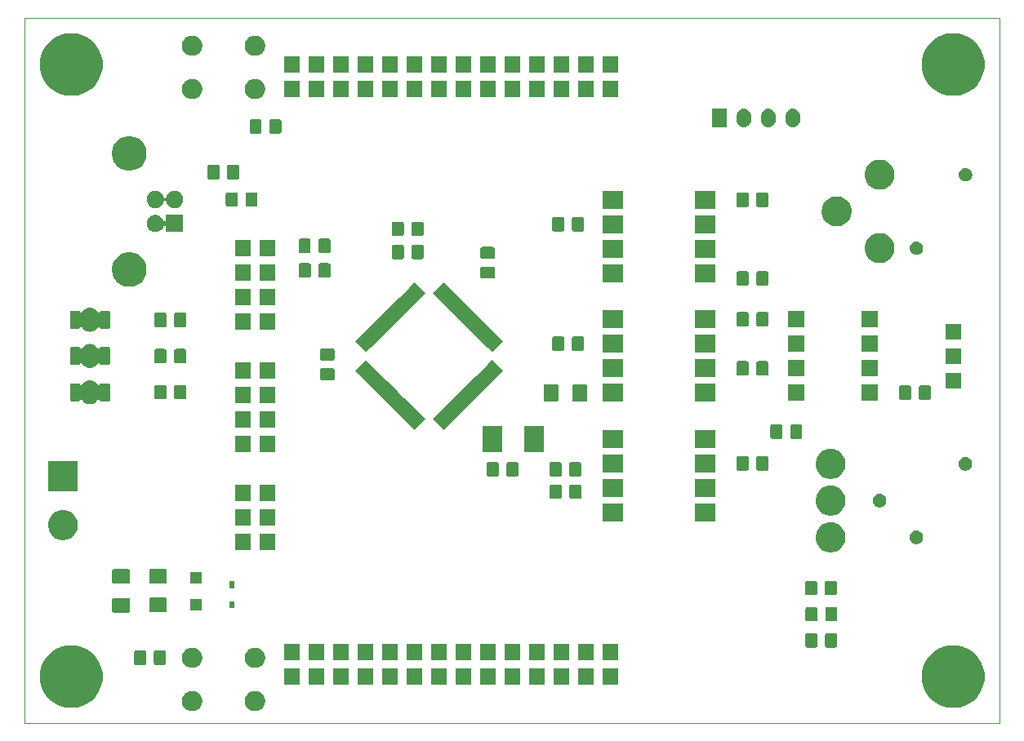
<source format=gbr>
G04 #@! TF.GenerationSoftware,KiCad,Pcbnew,5.1.2+dfsg1-1*
G04 #@! TF.CreationDate,2019-07-22T14:37:20+02:00*
G04 #@! TF.ProjectId,art_controller_3200,6172745f-636f-46e7-9472-6f6c6c65725f,A*
G04 #@! TF.SameCoordinates,Original*
G04 #@! TF.FileFunction,Soldermask,Bot*
G04 #@! TF.FilePolarity,Negative*
%FSLAX46Y46*%
G04 Gerber Fmt 4.6, Leading zero omitted, Abs format (unit mm)*
G04 Created by KiCad (PCBNEW 5.1.2+dfsg1-1) date 2019-07-22 14:37:20*
%MOMM*%
%LPD*%
G04 APERTURE LIST*
%ADD10C,0.050000*%
%ADD11C,0.100000*%
G04 APERTURE END LIST*
D10*
X195326000Y-63754000D02*
X94234000Y-63754000D01*
X94234000Y-136906000D02*
X94234000Y-63754000D01*
X195326000Y-136906000D02*
X94234000Y-136906000D01*
X195326000Y-63754000D02*
X195326000Y-136906000D01*
D11*
G36*
X118416564Y-133609389D02*
G01*
X118607833Y-133688615D01*
X118607835Y-133688616D01*
X118779973Y-133803635D01*
X118926365Y-133950027D01*
X119041385Y-134122167D01*
X119120611Y-134313436D01*
X119161000Y-134516484D01*
X119161000Y-134723516D01*
X119120611Y-134926564D01*
X119041385Y-135117833D01*
X119041384Y-135117835D01*
X118926365Y-135289973D01*
X118779973Y-135436365D01*
X118607835Y-135551384D01*
X118607834Y-135551385D01*
X118607833Y-135551385D01*
X118416564Y-135630611D01*
X118213516Y-135671000D01*
X118006484Y-135671000D01*
X117803436Y-135630611D01*
X117612167Y-135551385D01*
X117612166Y-135551385D01*
X117612165Y-135551384D01*
X117440027Y-135436365D01*
X117293635Y-135289973D01*
X117178616Y-135117835D01*
X117178615Y-135117833D01*
X117099389Y-134926564D01*
X117059000Y-134723516D01*
X117059000Y-134516484D01*
X117099389Y-134313436D01*
X117178615Y-134122167D01*
X117293635Y-133950027D01*
X117440027Y-133803635D01*
X117612165Y-133688616D01*
X117612167Y-133688615D01*
X117803436Y-133609389D01*
X118006484Y-133569000D01*
X118213516Y-133569000D01*
X118416564Y-133609389D01*
X118416564Y-133609389D01*
G37*
G36*
X111916564Y-133609389D02*
G01*
X112107833Y-133688615D01*
X112107835Y-133688616D01*
X112279973Y-133803635D01*
X112426365Y-133950027D01*
X112541385Y-134122167D01*
X112620611Y-134313436D01*
X112661000Y-134516484D01*
X112661000Y-134723516D01*
X112620611Y-134926564D01*
X112541385Y-135117833D01*
X112541384Y-135117835D01*
X112426365Y-135289973D01*
X112279973Y-135436365D01*
X112107835Y-135551384D01*
X112107834Y-135551385D01*
X112107833Y-135551385D01*
X111916564Y-135630611D01*
X111713516Y-135671000D01*
X111506484Y-135671000D01*
X111303436Y-135630611D01*
X111112167Y-135551385D01*
X111112166Y-135551385D01*
X111112165Y-135551384D01*
X110940027Y-135436365D01*
X110793635Y-135289973D01*
X110678616Y-135117835D01*
X110678615Y-135117833D01*
X110599389Y-134926564D01*
X110559000Y-134723516D01*
X110559000Y-134516484D01*
X110599389Y-134313436D01*
X110678615Y-134122167D01*
X110793635Y-133950027D01*
X110940027Y-133803635D01*
X111112165Y-133688616D01*
X111112167Y-133688615D01*
X111303436Y-133609389D01*
X111506484Y-133569000D01*
X111713516Y-133569000D01*
X111916564Y-133609389D01*
X111916564Y-133609389D01*
G37*
G36*
X99495448Y-128851925D02*
G01*
X100008282Y-128953934D01*
X100599926Y-129199001D01*
X101132392Y-129554784D01*
X101585216Y-130007608D01*
X101940999Y-130540074D01*
X102186066Y-131131718D01*
X102311000Y-131759804D01*
X102311000Y-132400196D01*
X102186066Y-133028282D01*
X101940999Y-133619926D01*
X101585216Y-134152392D01*
X101132392Y-134605216D01*
X100599926Y-134960999D01*
X100008282Y-135206066D01*
X99694239Y-135268533D01*
X99380197Y-135331000D01*
X98739803Y-135331000D01*
X98425761Y-135268533D01*
X98111718Y-135206066D01*
X97520074Y-134960999D01*
X96987608Y-134605216D01*
X96534784Y-134152392D01*
X96179001Y-133619926D01*
X95933934Y-133028282D01*
X95809000Y-132400196D01*
X95809000Y-131759804D01*
X95933934Y-131131718D01*
X96179001Y-130540074D01*
X96534784Y-130007608D01*
X96987608Y-129554784D01*
X97520074Y-129199001D01*
X98111718Y-128953934D01*
X98624552Y-128851925D01*
X98739803Y-128829000D01*
X99380197Y-128829000D01*
X99495448Y-128851925D01*
X99495448Y-128851925D01*
G37*
G36*
X190935448Y-128851925D02*
G01*
X191448282Y-128953934D01*
X192039926Y-129199001D01*
X192572392Y-129554784D01*
X193025216Y-130007608D01*
X193380999Y-130540074D01*
X193626066Y-131131718D01*
X193751000Y-131759804D01*
X193751000Y-132400196D01*
X193626066Y-133028282D01*
X193380999Y-133619926D01*
X193025216Y-134152392D01*
X192572392Y-134605216D01*
X192039926Y-134960999D01*
X191448282Y-135206066D01*
X191134239Y-135268533D01*
X190820197Y-135331000D01*
X190179803Y-135331000D01*
X189865761Y-135268533D01*
X189551718Y-135206066D01*
X188960074Y-134960999D01*
X188427608Y-134605216D01*
X187974784Y-134152392D01*
X187619001Y-133619926D01*
X187373934Y-133028282D01*
X187249000Y-132400196D01*
X187249000Y-131759804D01*
X187373934Y-131131718D01*
X187619001Y-130540074D01*
X187974784Y-130007608D01*
X188427608Y-129554784D01*
X188960074Y-129199001D01*
X189551718Y-128953934D01*
X190064552Y-128851925D01*
X190179803Y-128829000D01*
X190820197Y-128829000D01*
X190935448Y-128851925D01*
X190935448Y-128851925D01*
G37*
G36*
X148133000Y-132893000D02*
G01*
X146507000Y-132893000D01*
X146507000Y-131267000D01*
X148133000Y-131267000D01*
X148133000Y-132893000D01*
X148133000Y-132893000D01*
G37*
G36*
X155753000Y-132893000D02*
G01*
X154127000Y-132893000D01*
X154127000Y-131267000D01*
X155753000Y-131267000D01*
X155753000Y-132893000D01*
X155753000Y-132893000D01*
G37*
G36*
X150673000Y-132893000D02*
G01*
X149047000Y-132893000D01*
X149047000Y-131267000D01*
X150673000Y-131267000D01*
X150673000Y-132893000D01*
X150673000Y-132893000D01*
G37*
G36*
X145593000Y-132893000D02*
G01*
X143967000Y-132893000D01*
X143967000Y-131267000D01*
X145593000Y-131267000D01*
X145593000Y-132893000D01*
X145593000Y-132893000D01*
G37*
G36*
X143053000Y-132893000D02*
G01*
X141427000Y-132893000D01*
X141427000Y-131267000D01*
X143053000Y-131267000D01*
X143053000Y-132893000D01*
X143053000Y-132893000D01*
G37*
G36*
X140513000Y-132893000D02*
G01*
X138887000Y-132893000D01*
X138887000Y-131267000D01*
X140513000Y-131267000D01*
X140513000Y-132893000D01*
X140513000Y-132893000D01*
G37*
G36*
X137973000Y-132893000D02*
G01*
X136347000Y-132893000D01*
X136347000Y-131267000D01*
X137973000Y-131267000D01*
X137973000Y-132893000D01*
X137973000Y-132893000D01*
G37*
G36*
X132893000Y-132893000D02*
G01*
X131267000Y-132893000D01*
X131267000Y-131267000D01*
X132893000Y-131267000D01*
X132893000Y-132893000D01*
X132893000Y-132893000D01*
G37*
G36*
X130353000Y-132893000D02*
G01*
X128727000Y-132893000D01*
X128727000Y-131267000D01*
X130353000Y-131267000D01*
X130353000Y-132893000D01*
X130353000Y-132893000D01*
G37*
G36*
X127813000Y-132893000D02*
G01*
X126187000Y-132893000D01*
X126187000Y-131267000D01*
X127813000Y-131267000D01*
X127813000Y-132893000D01*
X127813000Y-132893000D01*
G37*
G36*
X122733000Y-132893000D02*
G01*
X121107000Y-132893000D01*
X121107000Y-131267000D01*
X122733000Y-131267000D01*
X122733000Y-132893000D01*
X122733000Y-132893000D01*
G37*
G36*
X125273000Y-132893000D02*
G01*
X123647000Y-132893000D01*
X123647000Y-131267000D01*
X125273000Y-131267000D01*
X125273000Y-132893000D01*
X125273000Y-132893000D01*
G37*
G36*
X153213000Y-132893000D02*
G01*
X151587000Y-132893000D01*
X151587000Y-131267000D01*
X153213000Y-131267000D01*
X153213000Y-132893000D01*
X153213000Y-132893000D01*
G37*
G36*
X135433000Y-132893000D02*
G01*
X133807000Y-132893000D01*
X133807000Y-131267000D01*
X135433000Y-131267000D01*
X135433000Y-132893000D01*
X135433000Y-132893000D01*
G37*
G36*
X111916564Y-129109389D02*
G01*
X112107833Y-129188615D01*
X112107835Y-129188616D01*
X112123377Y-129199001D01*
X112279973Y-129303635D01*
X112426365Y-129450027D01*
X112541385Y-129622167D01*
X112620611Y-129813436D01*
X112661000Y-130016484D01*
X112661000Y-130223516D01*
X112620611Y-130426564D01*
X112541385Y-130617833D01*
X112541384Y-130617835D01*
X112426365Y-130789973D01*
X112279973Y-130936365D01*
X112107835Y-131051384D01*
X112107834Y-131051385D01*
X112107833Y-131051385D01*
X111916564Y-131130611D01*
X111713516Y-131171000D01*
X111506484Y-131171000D01*
X111303436Y-131130611D01*
X111112167Y-131051385D01*
X111112166Y-131051385D01*
X111112165Y-131051384D01*
X110940027Y-130936365D01*
X110793635Y-130789973D01*
X110678616Y-130617835D01*
X110678615Y-130617833D01*
X110599389Y-130426564D01*
X110559000Y-130223516D01*
X110559000Y-130016484D01*
X110599389Y-129813436D01*
X110678615Y-129622167D01*
X110793635Y-129450027D01*
X110940027Y-129303635D01*
X111096623Y-129199001D01*
X111112165Y-129188616D01*
X111112167Y-129188615D01*
X111303436Y-129109389D01*
X111506484Y-129069000D01*
X111713516Y-129069000D01*
X111916564Y-129109389D01*
X111916564Y-129109389D01*
G37*
G36*
X118416564Y-129109389D02*
G01*
X118607833Y-129188615D01*
X118607835Y-129188616D01*
X118623377Y-129199001D01*
X118779973Y-129303635D01*
X118926365Y-129450027D01*
X119041385Y-129622167D01*
X119120611Y-129813436D01*
X119161000Y-130016484D01*
X119161000Y-130223516D01*
X119120611Y-130426564D01*
X119041385Y-130617833D01*
X119041384Y-130617835D01*
X118926365Y-130789973D01*
X118779973Y-130936365D01*
X118607835Y-131051384D01*
X118607834Y-131051385D01*
X118607833Y-131051385D01*
X118416564Y-131130611D01*
X118213516Y-131171000D01*
X118006484Y-131171000D01*
X117803436Y-131130611D01*
X117612167Y-131051385D01*
X117612166Y-131051385D01*
X117612165Y-131051384D01*
X117440027Y-130936365D01*
X117293635Y-130789973D01*
X117178616Y-130617835D01*
X117178615Y-130617833D01*
X117099389Y-130426564D01*
X117059000Y-130223516D01*
X117059000Y-130016484D01*
X117099389Y-129813436D01*
X117178615Y-129622167D01*
X117293635Y-129450027D01*
X117440027Y-129303635D01*
X117596623Y-129199001D01*
X117612165Y-129188616D01*
X117612167Y-129188615D01*
X117803436Y-129109389D01*
X118006484Y-129069000D01*
X118213516Y-129069000D01*
X118416564Y-129109389D01*
X118416564Y-129109389D01*
G37*
G36*
X106668674Y-129373465D02*
G01*
X106706367Y-129384899D01*
X106741103Y-129403466D01*
X106771548Y-129428452D01*
X106796534Y-129458897D01*
X106815101Y-129493633D01*
X106826535Y-129531326D01*
X106831000Y-129576661D01*
X106831000Y-130663339D01*
X106826535Y-130708674D01*
X106815101Y-130746367D01*
X106796534Y-130781103D01*
X106771548Y-130811548D01*
X106741103Y-130836534D01*
X106706367Y-130855101D01*
X106668674Y-130866535D01*
X106623339Y-130871000D01*
X105786661Y-130871000D01*
X105741326Y-130866535D01*
X105703633Y-130855101D01*
X105668897Y-130836534D01*
X105638452Y-130811548D01*
X105613466Y-130781103D01*
X105594899Y-130746367D01*
X105583465Y-130708674D01*
X105579000Y-130663339D01*
X105579000Y-129576661D01*
X105583465Y-129531326D01*
X105594899Y-129493633D01*
X105613466Y-129458897D01*
X105638452Y-129428452D01*
X105668897Y-129403466D01*
X105703633Y-129384899D01*
X105741326Y-129373465D01*
X105786661Y-129369000D01*
X106623339Y-129369000D01*
X106668674Y-129373465D01*
X106668674Y-129373465D01*
G37*
G36*
X108718674Y-129373465D02*
G01*
X108756367Y-129384899D01*
X108791103Y-129403466D01*
X108821548Y-129428452D01*
X108846534Y-129458897D01*
X108865101Y-129493633D01*
X108876535Y-129531326D01*
X108881000Y-129576661D01*
X108881000Y-130663339D01*
X108876535Y-130708674D01*
X108865101Y-130746367D01*
X108846534Y-130781103D01*
X108821548Y-130811548D01*
X108791103Y-130836534D01*
X108756367Y-130855101D01*
X108718674Y-130866535D01*
X108673339Y-130871000D01*
X107836661Y-130871000D01*
X107791326Y-130866535D01*
X107753633Y-130855101D01*
X107718897Y-130836534D01*
X107688452Y-130811548D01*
X107663466Y-130781103D01*
X107644899Y-130746367D01*
X107633465Y-130708674D01*
X107629000Y-130663339D01*
X107629000Y-129576661D01*
X107633465Y-129531326D01*
X107644899Y-129493633D01*
X107663466Y-129458897D01*
X107688452Y-129428452D01*
X107718897Y-129403466D01*
X107753633Y-129384899D01*
X107791326Y-129373465D01*
X107836661Y-129369000D01*
X108673339Y-129369000D01*
X108718674Y-129373465D01*
X108718674Y-129373465D01*
G37*
G36*
X145593000Y-130353000D02*
G01*
X143967000Y-130353000D01*
X143967000Y-128727000D01*
X145593000Y-128727000D01*
X145593000Y-130353000D01*
X145593000Y-130353000D01*
G37*
G36*
X143053000Y-130353000D02*
G01*
X141427000Y-130353000D01*
X141427000Y-128727000D01*
X143053000Y-128727000D01*
X143053000Y-130353000D01*
X143053000Y-130353000D01*
G37*
G36*
X153213000Y-130353000D02*
G01*
X151587000Y-130353000D01*
X151587000Y-128727000D01*
X153213000Y-128727000D01*
X153213000Y-130353000D01*
X153213000Y-130353000D01*
G37*
G36*
X140513000Y-130353000D02*
G01*
X138887000Y-130353000D01*
X138887000Y-128727000D01*
X140513000Y-128727000D01*
X140513000Y-130353000D01*
X140513000Y-130353000D01*
G37*
G36*
X137973000Y-130353000D02*
G01*
X136347000Y-130353000D01*
X136347000Y-128727000D01*
X137973000Y-128727000D01*
X137973000Y-130353000D01*
X137973000Y-130353000D01*
G37*
G36*
X135433000Y-130353000D02*
G01*
X133807000Y-130353000D01*
X133807000Y-128727000D01*
X135433000Y-128727000D01*
X135433000Y-130353000D01*
X135433000Y-130353000D01*
G37*
G36*
X132893000Y-130353000D02*
G01*
X131267000Y-130353000D01*
X131267000Y-128727000D01*
X132893000Y-128727000D01*
X132893000Y-130353000D01*
X132893000Y-130353000D01*
G37*
G36*
X150673000Y-130353000D02*
G01*
X149047000Y-130353000D01*
X149047000Y-128727000D01*
X150673000Y-128727000D01*
X150673000Y-130353000D01*
X150673000Y-130353000D01*
G37*
G36*
X127813000Y-130353000D02*
G01*
X126187000Y-130353000D01*
X126187000Y-128727000D01*
X127813000Y-128727000D01*
X127813000Y-130353000D01*
X127813000Y-130353000D01*
G37*
G36*
X125273000Y-130353000D02*
G01*
X123647000Y-130353000D01*
X123647000Y-128727000D01*
X125273000Y-128727000D01*
X125273000Y-130353000D01*
X125273000Y-130353000D01*
G37*
G36*
X122733000Y-130353000D02*
G01*
X121107000Y-130353000D01*
X121107000Y-128727000D01*
X122733000Y-128727000D01*
X122733000Y-130353000D01*
X122733000Y-130353000D01*
G37*
G36*
X148133000Y-130353000D02*
G01*
X146507000Y-130353000D01*
X146507000Y-128727000D01*
X148133000Y-128727000D01*
X148133000Y-130353000D01*
X148133000Y-130353000D01*
G37*
G36*
X155753000Y-130353000D02*
G01*
X154127000Y-130353000D01*
X154127000Y-128727000D01*
X155753000Y-128727000D01*
X155753000Y-130353000D01*
X155753000Y-130353000D01*
G37*
G36*
X130353000Y-130353000D02*
G01*
X128727000Y-130353000D01*
X128727000Y-128727000D01*
X130353000Y-128727000D01*
X130353000Y-130353000D01*
X130353000Y-130353000D01*
G37*
G36*
X178313674Y-127573465D02*
G01*
X178351367Y-127584899D01*
X178386103Y-127603466D01*
X178416548Y-127628452D01*
X178441534Y-127658897D01*
X178460101Y-127693633D01*
X178471535Y-127731326D01*
X178476000Y-127776661D01*
X178476000Y-128863339D01*
X178471535Y-128908674D01*
X178460101Y-128946367D01*
X178441534Y-128981103D01*
X178416548Y-129011548D01*
X178386103Y-129036534D01*
X178351367Y-129055101D01*
X178313674Y-129066535D01*
X178268339Y-129071000D01*
X177431661Y-129071000D01*
X177386326Y-129066535D01*
X177348633Y-129055101D01*
X177313897Y-129036534D01*
X177283452Y-129011548D01*
X177258466Y-128981103D01*
X177239899Y-128946367D01*
X177228465Y-128908674D01*
X177224000Y-128863339D01*
X177224000Y-127776661D01*
X177228465Y-127731326D01*
X177239899Y-127693633D01*
X177258466Y-127658897D01*
X177283452Y-127628452D01*
X177313897Y-127603466D01*
X177348633Y-127584899D01*
X177386326Y-127573465D01*
X177431661Y-127569000D01*
X178268339Y-127569000D01*
X178313674Y-127573465D01*
X178313674Y-127573465D01*
G37*
G36*
X176263674Y-127573465D02*
G01*
X176301367Y-127584899D01*
X176336103Y-127603466D01*
X176366548Y-127628452D01*
X176391534Y-127658897D01*
X176410101Y-127693633D01*
X176421535Y-127731326D01*
X176426000Y-127776661D01*
X176426000Y-128863339D01*
X176421535Y-128908674D01*
X176410101Y-128946367D01*
X176391534Y-128981103D01*
X176366548Y-129011548D01*
X176336103Y-129036534D01*
X176301367Y-129055101D01*
X176263674Y-129066535D01*
X176218339Y-129071000D01*
X175381661Y-129071000D01*
X175336326Y-129066535D01*
X175298633Y-129055101D01*
X175263897Y-129036534D01*
X175233452Y-129011548D01*
X175208466Y-128981103D01*
X175189899Y-128946367D01*
X175178465Y-128908674D01*
X175174000Y-128863339D01*
X175174000Y-127776661D01*
X175178465Y-127731326D01*
X175189899Y-127693633D01*
X175208466Y-127658897D01*
X175233452Y-127628452D01*
X175263897Y-127603466D01*
X175298633Y-127584899D01*
X175336326Y-127573465D01*
X175381661Y-127569000D01*
X176218339Y-127569000D01*
X176263674Y-127573465D01*
X176263674Y-127573465D01*
G37*
G36*
X178328674Y-124853465D02*
G01*
X178366367Y-124864899D01*
X178401103Y-124883466D01*
X178431548Y-124908452D01*
X178456534Y-124938897D01*
X178475101Y-124973633D01*
X178486535Y-125011326D01*
X178491000Y-125056661D01*
X178491000Y-126143339D01*
X178486535Y-126188674D01*
X178475101Y-126226367D01*
X178456534Y-126261103D01*
X178431548Y-126291548D01*
X178401103Y-126316534D01*
X178366367Y-126335101D01*
X178328674Y-126346535D01*
X178283339Y-126351000D01*
X177446661Y-126351000D01*
X177401326Y-126346535D01*
X177363633Y-126335101D01*
X177328897Y-126316534D01*
X177298452Y-126291548D01*
X177273466Y-126261103D01*
X177254899Y-126226367D01*
X177243465Y-126188674D01*
X177239000Y-126143339D01*
X177239000Y-125056661D01*
X177243465Y-125011326D01*
X177254899Y-124973633D01*
X177273466Y-124938897D01*
X177298452Y-124908452D01*
X177328897Y-124883466D01*
X177363633Y-124864899D01*
X177401326Y-124853465D01*
X177446661Y-124849000D01*
X178283339Y-124849000D01*
X178328674Y-124853465D01*
X178328674Y-124853465D01*
G37*
G36*
X176278674Y-124853465D02*
G01*
X176316367Y-124864899D01*
X176351103Y-124883466D01*
X176381548Y-124908452D01*
X176406534Y-124938897D01*
X176425101Y-124973633D01*
X176436535Y-125011326D01*
X176441000Y-125056661D01*
X176441000Y-126143339D01*
X176436535Y-126188674D01*
X176425101Y-126226367D01*
X176406534Y-126261103D01*
X176381548Y-126291548D01*
X176351103Y-126316534D01*
X176316367Y-126335101D01*
X176278674Y-126346535D01*
X176233339Y-126351000D01*
X175396661Y-126351000D01*
X175351326Y-126346535D01*
X175313633Y-126335101D01*
X175278897Y-126316534D01*
X175248452Y-126291548D01*
X175223466Y-126261103D01*
X175204899Y-126226367D01*
X175193465Y-126188674D01*
X175189000Y-126143339D01*
X175189000Y-125056661D01*
X175193465Y-125011326D01*
X175204899Y-124973633D01*
X175223466Y-124938897D01*
X175248452Y-124908452D01*
X175278897Y-124883466D01*
X175313633Y-124864899D01*
X175351326Y-124853465D01*
X175396661Y-124849000D01*
X176233339Y-124849000D01*
X176278674Y-124853465D01*
X176278674Y-124853465D01*
G37*
G36*
X104995562Y-123908181D02*
G01*
X105030481Y-123918774D01*
X105062663Y-123935976D01*
X105090873Y-123959127D01*
X105114024Y-123987337D01*
X105131226Y-124019519D01*
X105141819Y-124054438D01*
X105146000Y-124096895D01*
X105146000Y-125238105D01*
X105141819Y-125280562D01*
X105131226Y-125315481D01*
X105114024Y-125347663D01*
X105090873Y-125375873D01*
X105062663Y-125399024D01*
X105030481Y-125416226D01*
X104995562Y-125426819D01*
X104953105Y-125431000D01*
X103486895Y-125431000D01*
X103444438Y-125426819D01*
X103409519Y-125416226D01*
X103377337Y-125399024D01*
X103349127Y-125375873D01*
X103325976Y-125347663D01*
X103308774Y-125315481D01*
X103298181Y-125280562D01*
X103294000Y-125238105D01*
X103294000Y-124096895D01*
X103298181Y-124054438D01*
X103308774Y-124019519D01*
X103325976Y-123987337D01*
X103349127Y-123959127D01*
X103377337Y-123935976D01*
X103409519Y-123918774D01*
X103444438Y-123908181D01*
X103486895Y-123904000D01*
X104953105Y-123904000D01*
X104995562Y-123908181D01*
X104995562Y-123908181D01*
G37*
G36*
X108835562Y-123888181D02*
G01*
X108870481Y-123898774D01*
X108902663Y-123915976D01*
X108930873Y-123939127D01*
X108954024Y-123967337D01*
X108971226Y-123999519D01*
X108981819Y-124034438D01*
X108986000Y-124076895D01*
X108986000Y-125218105D01*
X108981819Y-125260562D01*
X108971226Y-125295481D01*
X108954024Y-125327663D01*
X108930873Y-125355873D01*
X108902663Y-125379024D01*
X108870481Y-125396226D01*
X108835562Y-125406819D01*
X108793105Y-125411000D01*
X107326895Y-125411000D01*
X107284438Y-125406819D01*
X107249519Y-125396226D01*
X107217337Y-125379024D01*
X107189127Y-125355873D01*
X107165976Y-125327663D01*
X107148774Y-125295481D01*
X107138181Y-125260562D01*
X107134000Y-125218105D01*
X107134000Y-124076895D01*
X107138181Y-124034438D01*
X107148774Y-123999519D01*
X107165976Y-123967337D01*
X107189127Y-123939127D01*
X107217337Y-123915976D01*
X107249519Y-123898774D01*
X107284438Y-123888181D01*
X107326895Y-123884000D01*
X108793105Y-123884000D01*
X108835562Y-123888181D01*
X108835562Y-123888181D01*
G37*
G36*
X112631000Y-125201000D02*
G01*
X111429000Y-125201000D01*
X111429000Y-123999000D01*
X112631000Y-123999000D01*
X112631000Y-125201000D01*
X112631000Y-125201000D01*
G37*
G36*
X116016000Y-125001000D02*
G01*
X115464000Y-125001000D01*
X115464000Y-124299000D01*
X116016000Y-124299000D01*
X116016000Y-125001000D01*
X116016000Y-125001000D01*
G37*
G36*
X178288674Y-122143465D02*
G01*
X178326367Y-122154899D01*
X178361103Y-122173466D01*
X178391548Y-122198452D01*
X178416534Y-122228897D01*
X178435101Y-122263633D01*
X178446535Y-122301326D01*
X178451000Y-122346661D01*
X178451000Y-123433339D01*
X178446535Y-123478674D01*
X178435101Y-123516367D01*
X178416534Y-123551103D01*
X178391548Y-123581548D01*
X178361103Y-123606534D01*
X178326367Y-123625101D01*
X178288674Y-123636535D01*
X178243339Y-123641000D01*
X177406661Y-123641000D01*
X177361326Y-123636535D01*
X177323633Y-123625101D01*
X177288897Y-123606534D01*
X177258452Y-123581548D01*
X177233466Y-123551103D01*
X177214899Y-123516367D01*
X177203465Y-123478674D01*
X177199000Y-123433339D01*
X177199000Y-122346661D01*
X177203465Y-122301326D01*
X177214899Y-122263633D01*
X177233466Y-122228897D01*
X177258452Y-122198452D01*
X177288897Y-122173466D01*
X177323633Y-122154899D01*
X177361326Y-122143465D01*
X177406661Y-122139000D01*
X178243339Y-122139000D01*
X178288674Y-122143465D01*
X178288674Y-122143465D01*
G37*
G36*
X176238674Y-122143465D02*
G01*
X176276367Y-122154899D01*
X176311103Y-122173466D01*
X176341548Y-122198452D01*
X176366534Y-122228897D01*
X176385101Y-122263633D01*
X176396535Y-122301326D01*
X176401000Y-122346661D01*
X176401000Y-123433339D01*
X176396535Y-123478674D01*
X176385101Y-123516367D01*
X176366534Y-123551103D01*
X176341548Y-123581548D01*
X176311103Y-123606534D01*
X176276367Y-123625101D01*
X176238674Y-123636535D01*
X176193339Y-123641000D01*
X175356661Y-123641000D01*
X175311326Y-123636535D01*
X175273633Y-123625101D01*
X175238897Y-123606534D01*
X175208452Y-123581548D01*
X175183466Y-123551103D01*
X175164899Y-123516367D01*
X175153465Y-123478674D01*
X175149000Y-123433339D01*
X175149000Y-122346661D01*
X175153465Y-122301326D01*
X175164899Y-122263633D01*
X175183466Y-122228897D01*
X175208452Y-122198452D01*
X175238897Y-122173466D01*
X175273633Y-122154899D01*
X175311326Y-122143465D01*
X175356661Y-122139000D01*
X176193339Y-122139000D01*
X176238674Y-122143465D01*
X176238674Y-122143465D01*
G37*
G36*
X116016000Y-122901000D02*
G01*
X115464000Y-122901000D01*
X115464000Y-122199000D01*
X116016000Y-122199000D01*
X116016000Y-122901000D01*
X116016000Y-122901000D01*
G37*
G36*
X104995562Y-120933181D02*
G01*
X105030481Y-120943774D01*
X105062663Y-120960976D01*
X105090873Y-120984127D01*
X105114024Y-121012337D01*
X105131226Y-121044519D01*
X105141819Y-121079438D01*
X105146000Y-121121895D01*
X105146000Y-122263105D01*
X105141819Y-122305562D01*
X105131226Y-122340481D01*
X105114024Y-122372663D01*
X105090873Y-122400873D01*
X105062663Y-122424024D01*
X105030481Y-122441226D01*
X104995562Y-122451819D01*
X104953105Y-122456000D01*
X103486895Y-122456000D01*
X103444438Y-122451819D01*
X103409519Y-122441226D01*
X103377337Y-122424024D01*
X103349127Y-122400873D01*
X103325976Y-122372663D01*
X103308774Y-122340481D01*
X103298181Y-122305562D01*
X103294000Y-122263105D01*
X103294000Y-121121895D01*
X103298181Y-121079438D01*
X103308774Y-121044519D01*
X103325976Y-121012337D01*
X103349127Y-120984127D01*
X103377337Y-120960976D01*
X103409519Y-120943774D01*
X103444438Y-120933181D01*
X103486895Y-120929000D01*
X104953105Y-120929000D01*
X104995562Y-120933181D01*
X104995562Y-120933181D01*
G37*
G36*
X108835562Y-120913181D02*
G01*
X108870481Y-120923774D01*
X108902663Y-120940976D01*
X108930873Y-120964127D01*
X108954024Y-120992337D01*
X108971226Y-121024519D01*
X108981819Y-121059438D01*
X108986000Y-121101895D01*
X108986000Y-122243105D01*
X108981819Y-122285562D01*
X108971226Y-122320481D01*
X108954024Y-122352663D01*
X108930873Y-122380873D01*
X108902663Y-122404024D01*
X108870481Y-122421226D01*
X108835562Y-122431819D01*
X108793105Y-122436000D01*
X107326895Y-122436000D01*
X107284438Y-122431819D01*
X107249519Y-122421226D01*
X107217337Y-122404024D01*
X107189127Y-122380873D01*
X107165976Y-122352663D01*
X107148774Y-122320481D01*
X107138181Y-122285562D01*
X107134000Y-122243105D01*
X107134000Y-121101895D01*
X107138181Y-121059438D01*
X107148774Y-121024519D01*
X107165976Y-120992337D01*
X107189127Y-120964127D01*
X107217337Y-120940976D01*
X107249519Y-120923774D01*
X107284438Y-120913181D01*
X107326895Y-120909000D01*
X108793105Y-120909000D01*
X108835562Y-120913181D01*
X108835562Y-120913181D01*
G37*
G36*
X112631000Y-122401000D02*
G01*
X111429000Y-122401000D01*
X111429000Y-121199000D01*
X112631000Y-121199000D01*
X112631000Y-122401000D01*
X112631000Y-122401000D01*
G37*
G36*
X178102585Y-116108802D02*
G01*
X178252410Y-116138604D01*
X178534674Y-116255521D01*
X178788705Y-116425259D01*
X179004741Y-116641295D01*
X179174479Y-116895326D01*
X179291396Y-117177590D01*
X179292500Y-117183141D01*
X179351000Y-117477239D01*
X179351000Y-117782761D01*
X179325492Y-117911000D01*
X179291396Y-118082410D01*
X179174479Y-118364674D01*
X179004741Y-118618705D01*
X178788705Y-118834741D01*
X178534674Y-119004479D01*
X178252410Y-119121396D01*
X178102585Y-119151198D01*
X177952761Y-119181000D01*
X177647239Y-119181000D01*
X177497415Y-119151198D01*
X177347590Y-119121396D01*
X177065326Y-119004479D01*
X176811295Y-118834741D01*
X176595259Y-118618705D01*
X176425521Y-118364674D01*
X176308604Y-118082410D01*
X176274508Y-117911000D01*
X176249000Y-117782761D01*
X176249000Y-117477239D01*
X176307500Y-117183141D01*
X176308604Y-117177590D01*
X176425521Y-116895326D01*
X176595259Y-116641295D01*
X176811295Y-116425259D01*
X177065326Y-116255521D01*
X177347590Y-116138604D01*
X177497415Y-116108802D01*
X177647239Y-116079000D01*
X177952761Y-116079000D01*
X178102585Y-116108802D01*
X178102585Y-116108802D01*
G37*
G36*
X117653000Y-118923000D02*
G01*
X116027000Y-118923000D01*
X116027000Y-117297000D01*
X117653000Y-117297000D01*
X117653000Y-118923000D01*
X117653000Y-118923000D01*
G37*
G36*
X120193000Y-118923000D02*
G01*
X118567000Y-118923000D01*
X118567000Y-117297000D01*
X120193000Y-117297000D01*
X120193000Y-118923000D01*
X120193000Y-118923000D01*
G37*
G36*
X186894473Y-116955938D02*
G01*
X187022049Y-117008782D01*
X187136859Y-117085495D01*
X187234505Y-117183141D01*
X187311218Y-117297951D01*
X187364062Y-117425527D01*
X187391000Y-117560956D01*
X187391000Y-117699044D01*
X187364062Y-117834473D01*
X187311218Y-117962049D01*
X187234505Y-118076859D01*
X187136859Y-118174505D01*
X187022049Y-118251218D01*
X186894473Y-118304062D01*
X186759044Y-118331000D01*
X186620956Y-118331000D01*
X186485527Y-118304062D01*
X186357951Y-118251218D01*
X186243141Y-118174505D01*
X186145495Y-118076859D01*
X186068782Y-117962049D01*
X186015938Y-117834473D01*
X185989000Y-117699044D01*
X185989000Y-117560956D01*
X186015938Y-117425527D01*
X186068782Y-117297951D01*
X186145495Y-117183141D01*
X186243141Y-117085495D01*
X186357951Y-117008782D01*
X186485527Y-116955938D01*
X186620956Y-116929000D01*
X186759044Y-116929000D01*
X186894473Y-116955938D01*
X186894473Y-116955938D01*
G37*
G36*
X98512585Y-114838802D02*
G01*
X98662410Y-114868604D01*
X98944674Y-114985521D01*
X99198705Y-115155259D01*
X99414741Y-115371295D01*
X99584479Y-115625326D01*
X99701396Y-115907590D01*
X99701396Y-115907591D01*
X99747348Y-116138604D01*
X99761000Y-116207240D01*
X99761000Y-116512760D01*
X99701396Y-116812410D01*
X99584479Y-117094674D01*
X99414741Y-117348705D01*
X99198705Y-117564741D01*
X98944674Y-117734479D01*
X98662410Y-117851396D01*
X98512585Y-117881198D01*
X98362761Y-117911000D01*
X98057239Y-117911000D01*
X97907415Y-117881198D01*
X97757590Y-117851396D01*
X97475326Y-117734479D01*
X97221295Y-117564741D01*
X97005259Y-117348705D01*
X96835521Y-117094674D01*
X96718604Y-116812410D01*
X96659000Y-116512760D01*
X96659000Y-116207240D01*
X96672653Y-116138604D01*
X96718604Y-115907591D01*
X96718604Y-115907590D01*
X96835521Y-115625326D01*
X97005259Y-115371295D01*
X97221295Y-115155259D01*
X97475326Y-114985521D01*
X97757590Y-114868604D01*
X97907415Y-114838802D01*
X98057239Y-114809000D01*
X98362761Y-114809000D01*
X98512585Y-114838802D01*
X98512585Y-114838802D01*
G37*
G36*
X120193000Y-116383000D02*
G01*
X118567000Y-116383000D01*
X118567000Y-114757000D01*
X120193000Y-114757000D01*
X120193000Y-116383000D01*
X120193000Y-116383000D01*
G37*
G36*
X117653000Y-116383000D02*
G01*
X116027000Y-116383000D01*
X116027000Y-114757000D01*
X117653000Y-114757000D01*
X117653000Y-116383000D01*
X117653000Y-116383000D01*
G37*
G36*
X156286000Y-115971000D02*
G01*
X154184000Y-115971000D01*
X154184000Y-114089000D01*
X156286000Y-114089000D01*
X156286000Y-115971000D01*
X156286000Y-115971000D01*
G37*
G36*
X165816000Y-115971000D02*
G01*
X163714000Y-115971000D01*
X163714000Y-114089000D01*
X165816000Y-114089000D01*
X165816000Y-115971000D01*
X165816000Y-115971000D01*
G37*
G36*
X178102585Y-112298802D02*
G01*
X178252410Y-112328604D01*
X178534674Y-112445521D01*
X178788705Y-112615259D01*
X179004741Y-112831295D01*
X179174479Y-113085326D01*
X179291396Y-113367590D01*
X179292500Y-113373141D01*
X179351000Y-113667239D01*
X179351000Y-113972761D01*
X179321198Y-114122585D01*
X179291396Y-114272410D01*
X179174479Y-114554674D01*
X179004741Y-114808705D01*
X178788705Y-115024741D01*
X178534674Y-115194479D01*
X178252410Y-115311396D01*
X178102585Y-115341198D01*
X177952761Y-115371000D01*
X177647239Y-115371000D01*
X177497415Y-115341198D01*
X177347590Y-115311396D01*
X177065326Y-115194479D01*
X176811295Y-115024741D01*
X176595259Y-114808705D01*
X176425521Y-114554674D01*
X176308604Y-114272410D01*
X176278802Y-114122585D01*
X176249000Y-113972761D01*
X176249000Y-113667239D01*
X176307500Y-113373141D01*
X176308604Y-113367590D01*
X176425521Y-113085326D01*
X176595259Y-112831295D01*
X176811295Y-112615259D01*
X177065326Y-112445521D01*
X177347590Y-112328604D01*
X177497415Y-112298802D01*
X177647239Y-112269000D01*
X177952761Y-112269000D01*
X178102585Y-112298802D01*
X178102585Y-112298802D01*
G37*
G36*
X183084473Y-113145938D02*
G01*
X183212049Y-113198782D01*
X183326859Y-113275495D01*
X183424505Y-113373141D01*
X183501218Y-113487951D01*
X183554062Y-113615527D01*
X183581000Y-113750956D01*
X183581000Y-113889044D01*
X183554062Y-114024473D01*
X183501218Y-114152049D01*
X183424505Y-114266859D01*
X183326859Y-114364505D01*
X183212049Y-114441218D01*
X183084473Y-114494062D01*
X182949044Y-114521000D01*
X182810956Y-114521000D01*
X182675527Y-114494062D01*
X182547951Y-114441218D01*
X182433141Y-114364505D01*
X182335495Y-114266859D01*
X182258782Y-114152049D01*
X182205938Y-114024473D01*
X182179000Y-113889044D01*
X182179000Y-113750956D01*
X182205938Y-113615527D01*
X182258782Y-113487951D01*
X182335495Y-113373141D01*
X182433141Y-113275495D01*
X182547951Y-113198782D01*
X182675527Y-113145938D01*
X182810956Y-113119000D01*
X182949044Y-113119000D01*
X183084473Y-113145938D01*
X183084473Y-113145938D01*
G37*
G36*
X120193000Y-113843000D02*
G01*
X118567000Y-113843000D01*
X118567000Y-112217000D01*
X120193000Y-112217000D01*
X120193000Y-113843000D01*
X120193000Y-113843000D01*
G37*
G36*
X117653000Y-113843000D02*
G01*
X116027000Y-113843000D01*
X116027000Y-112217000D01*
X117653000Y-112217000D01*
X117653000Y-113843000D01*
X117653000Y-113843000D01*
G37*
G36*
X149748674Y-112143465D02*
G01*
X149786367Y-112154899D01*
X149821103Y-112173466D01*
X149851548Y-112198452D01*
X149876534Y-112228897D01*
X149895101Y-112263633D01*
X149906535Y-112301326D01*
X149911000Y-112346661D01*
X149911000Y-113433339D01*
X149906535Y-113478674D01*
X149895101Y-113516367D01*
X149876534Y-113551103D01*
X149851548Y-113581548D01*
X149821103Y-113606534D01*
X149786367Y-113625101D01*
X149748674Y-113636535D01*
X149703339Y-113641000D01*
X148866661Y-113641000D01*
X148821326Y-113636535D01*
X148783633Y-113625101D01*
X148748897Y-113606534D01*
X148718452Y-113581548D01*
X148693466Y-113551103D01*
X148674899Y-113516367D01*
X148663465Y-113478674D01*
X148659000Y-113433339D01*
X148659000Y-112346661D01*
X148663465Y-112301326D01*
X148674899Y-112263633D01*
X148693466Y-112228897D01*
X148718452Y-112198452D01*
X148748897Y-112173466D01*
X148783633Y-112154899D01*
X148821326Y-112143465D01*
X148866661Y-112139000D01*
X149703339Y-112139000D01*
X149748674Y-112143465D01*
X149748674Y-112143465D01*
G37*
G36*
X151798674Y-112143465D02*
G01*
X151836367Y-112154899D01*
X151871103Y-112173466D01*
X151901548Y-112198452D01*
X151926534Y-112228897D01*
X151945101Y-112263633D01*
X151956535Y-112301326D01*
X151961000Y-112346661D01*
X151961000Y-113433339D01*
X151956535Y-113478674D01*
X151945101Y-113516367D01*
X151926534Y-113551103D01*
X151901548Y-113581548D01*
X151871103Y-113606534D01*
X151836367Y-113625101D01*
X151798674Y-113636535D01*
X151753339Y-113641000D01*
X150916661Y-113641000D01*
X150871326Y-113636535D01*
X150833633Y-113625101D01*
X150798897Y-113606534D01*
X150768452Y-113581548D01*
X150743466Y-113551103D01*
X150724899Y-113516367D01*
X150713465Y-113478674D01*
X150709000Y-113433339D01*
X150709000Y-112346661D01*
X150713465Y-112301326D01*
X150724899Y-112263633D01*
X150743466Y-112228897D01*
X150768452Y-112198452D01*
X150798897Y-112173466D01*
X150833633Y-112154899D01*
X150871326Y-112143465D01*
X150916661Y-112139000D01*
X151753339Y-112139000D01*
X151798674Y-112143465D01*
X151798674Y-112143465D01*
G37*
G36*
X165816000Y-113431000D02*
G01*
X163714000Y-113431000D01*
X163714000Y-111549000D01*
X165816000Y-111549000D01*
X165816000Y-113431000D01*
X165816000Y-113431000D01*
G37*
G36*
X156286000Y-113431000D02*
G01*
X154184000Y-113431000D01*
X154184000Y-111549000D01*
X156286000Y-111549000D01*
X156286000Y-113431000D01*
X156286000Y-113431000D01*
G37*
G36*
X99761000Y-112831000D02*
G01*
X96659000Y-112831000D01*
X96659000Y-109729000D01*
X99761000Y-109729000D01*
X99761000Y-112831000D01*
X99761000Y-112831000D01*
G37*
G36*
X178102585Y-108488802D02*
G01*
X178252410Y-108518604D01*
X178534674Y-108635521D01*
X178788705Y-108805259D01*
X179004741Y-109021295D01*
X179174479Y-109275326D01*
X179291396Y-109557590D01*
X179292500Y-109563141D01*
X179351000Y-109857239D01*
X179351000Y-110162761D01*
X179321198Y-110312585D01*
X179291396Y-110462410D01*
X179174479Y-110744674D01*
X179004741Y-110998705D01*
X178788705Y-111214741D01*
X178534674Y-111384479D01*
X178252410Y-111501396D01*
X178102585Y-111531198D01*
X177952761Y-111561000D01*
X177647239Y-111561000D01*
X177497415Y-111531198D01*
X177347590Y-111501396D01*
X177065326Y-111384479D01*
X176811295Y-111214741D01*
X176595259Y-110998705D01*
X176425521Y-110744674D01*
X176308604Y-110462410D01*
X176278802Y-110312585D01*
X176249000Y-110162761D01*
X176249000Y-109857239D01*
X176307500Y-109563141D01*
X176308604Y-109557590D01*
X176425521Y-109275326D01*
X176595259Y-109021295D01*
X176811295Y-108805259D01*
X177065326Y-108635521D01*
X177347590Y-108518604D01*
X177497415Y-108488802D01*
X177647239Y-108459000D01*
X177952761Y-108459000D01*
X178102585Y-108488802D01*
X178102585Y-108488802D01*
G37*
G36*
X143228674Y-109843465D02*
G01*
X143266367Y-109854899D01*
X143301103Y-109873466D01*
X143331548Y-109898452D01*
X143356534Y-109928897D01*
X143375101Y-109963633D01*
X143386535Y-110001326D01*
X143391000Y-110046661D01*
X143391000Y-111133339D01*
X143386535Y-111178674D01*
X143375101Y-111216367D01*
X143356534Y-111251103D01*
X143331548Y-111281548D01*
X143301103Y-111306534D01*
X143266367Y-111325101D01*
X143228674Y-111336535D01*
X143183339Y-111341000D01*
X142346661Y-111341000D01*
X142301326Y-111336535D01*
X142263633Y-111325101D01*
X142228897Y-111306534D01*
X142198452Y-111281548D01*
X142173466Y-111251103D01*
X142154899Y-111216367D01*
X142143465Y-111178674D01*
X142139000Y-111133339D01*
X142139000Y-110046661D01*
X142143465Y-110001326D01*
X142154899Y-109963633D01*
X142173466Y-109928897D01*
X142198452Y-109898452D01*
X142228897Y-109873466D01*
X142263633Y-109854899D01*
X142301326Y-109843465D01*
X142346661Y-109839000D01*
X143183339Y-109839000D01*
X143228674Y-109843465D01*
X143228674Y-109843465D01*
G37*
G36*
X145278674Y-109843465D02*
G01*
X145316367Y-109854899D01*
X145351103Y-109873466D01*
X145381548Y-109898452D01*
X145406534Y-109928897D01*
X145425101Y-109963633D01*
X145436535Y-110001326D01*
X145441000Y-110046661D01*
X145441000Y-111133339D01*
X145436535Y-111178674D01*
X145425101Y-111216367D01*
X145406534Y-111251103D01*
X145381548Y-111281548D01*
X145351103Y-111306534D01*
X145316367Y-111325101D01*
X145278674Y-111336535D01*
X145233339Y-111341000D01*
X144396661Y-111341000D01*
X144351326Y-111336535D01*
X144313633Y-111325101D01*
X144278897Y-111306534D01*
X144248452Y-111281548D01*
X144223466Y-111251103D01*
X144204899Y-111216367D01*
X144193465Y-111178674D01*
X144189000Y-111133339D01*
X144189000Y-110046661D01*
X144193465Y-110001326D01*
X144204899Y-109963633D01*
X144223466Y-109928897D01*
X144248452Y-109898452D01*
X144278897Y-109873466D01*
X144313633Y-109854899D01*
X144351326Y-109843465D01*
X144396661Y-109839000D01*
X145233339Y-109839000D01*
X145278674Y-109843465D01*
X145278674Y-109843465D01*
G37*
G36*
X151788674Y-109833465D02*
G01*
X151826367Y-109844899D01*
X151861103Y-109863466D01*
X151891548Y-109888452D01*
X151916534Y-109918897D01*
X151935101Y-109953633D01*
X151946535Y-109991326D01*
X151951000Y-110036661D01*
X151951000Y-111123339D01*
X151946535Y-111168674D01*
X151935101Y-111206367D01*
X151916534Y-111241103D01*
X151891548Y-111271548D01*
X151861103Y-111296534D01*
X151826367Y-111315101D01*
X151788674Y-111326535D01*
X151743339Y-111331000D01*
X150906661Y-111331000D01*
X150861326Y-111326535D01*
X150823633Y-111315101D01*
X150788897Y-111296534D01*
X150758452Y-111271548D01*
X150733466Y-111241103D01*
X150714899Y-111206367D01*
X150703465Y-111168674D01*
X150699000Y-111123339D01*
X150699000Y-110036661D01*
X150703465Y-109991326D01*
X150714899Y-109953633D01*
X150733466Y-109918897D01*
X150758452Y-109888452D01*
X150788897Y-109863466D01*
X150823633Y-109844899D01*
X150861326Y-109833465D01*
X150906661Y-109829000D01*
X151743339Y-109829000D01*
X151788674Y-109833465D01*
X151788674Y-109833465D01*
G37*
G36*
X149738674Y-109833465D02*
G01*
X149776367Y-109844899D01*
X149811103Y-109863466D01*
X149841548Y-109888452D01*
X149866534Y-109918897D01*
X149885101Y-109953633D01*
X149896535Y-109991326D01*
X149901000Y-110036661D01*
X149901000Y-111123339D01*
X149896535Y-111168674D01*
X149885101Y-111206367D01*
X149866534Y-111241103D01*
X149841548Y-111271548D01*
X149811103Y-111296534D01*
X149776367Y-111315101D01*
X149738674Y-111326535D01*
X149693339Y-111331000D01*
X148856661Y-111331000D01*
X148811326Y-111326535D01*
X148773633Y-111315101D01*
X148738897Y-111296534D01*
X148708452Y-111271548D01*
X148683466Y-111241103D01*
X148664899Y-111206367D01*
X148653465Y-111168674D01*
X148649000Y-111123339D01*
X148649000Y-110036661D01*
X148653465Y-109991326D01*
X148664899Y-109953633D01*
X148683466Y-109918897D01*
X148708452Y-109888452D01*
X148738897Y-109863466D01*
X148773633Y-109844899D01*
X148811326Y-109833465D01*
X148856661Y-109829000D01*
X149693339Y-109829000D01*
X149738674Y-109833465D01*
X149738674Y-109833465D01*
G37*
G36*
X165816000Y-110891000D02*
G01*
X163714000Y-110891000D01*
X163714000Y-109009000D01*
X165816000Y-109009000D01*
X165816000Y-110891000D01*
X165816000Y-110891000D01*
G37*
G36*
X156286000Y-110891000D02*
G01*
X154184000Y-110891000D01*
X154184000Y-109009000D01*
X156286000Y-109009000D01*
X156286000Y-110891000D01*
X156286000Y-110891000D01*
G37*
G36*
X191974473Y-109335938D02*
G01*
X192102049Y-109388782D01*
X192216859Y-109465495D01*
X192314505Y-109563141D01*
X192391218Y-109677951D01*
X192444062Y-109805527D01*
X192471000Y-109940956D01*
X192471000Y-110079044D01*
X192444062Y-110214473D01*
X192391218Y-110342049D01*
X192314505Y-110456859D01*
X192216859Y-110554505D01*
X192102049Y-110631218D01*
X191974473Y-110684062D01*
X191839044Y-110711000D01*
X191700956Y-110711000D01*
X191565527Y-110684062D01*
X191437951Y-110631218D01*
X191323141Y-110554505D01*
X191225495Y-110456859D01*
X191148782Y-110342049D01*
X191095938Y-110214473D01*
X191069000Y-110079044D01*
X191069000Y-109940956D01*
X191095938Y-109805527D01*
X191148782Y-109677951D01*
X191225495Y-109563141D01*
X191323141Y-109465495D01*
X191437951Y-109388782D01*
X191565527Y-109335938D01*
X191700956Y-109309000D01*
X191839044Y-109309000D01*
X191974473Y-109335938D01*
X191974473Y-109335938D01*
G37*
G36*
X169138674Y-109203465D02*
G01*
X169176367Y-109214899D01*
X169211103Y-109233466D01*
X169241548Y-109258452D01*
X169266534Y-109288897D01*
X169285101Y-109323633D01*
X169296535Y-109361326D01*
X169301000Y-109406661D01*
X169301000Y-110493339D01*
X169296535Y-110538674D01*
X169285101Y-110576367D01*
X169266534Y-110611103D01*
X169241548Y-110641548D01*
X169211103Y-110666534D01*
X169176367Y-110685101D01*
X169138674Y-110696535D01*
X169093339Y-110701000D01*
X168256661Y-110701000D01*
X168211326Y-110696535D01*
X168173633Y-110685101D01*
X168138897Y-110666534D01*
X168108452Y-110641548D01*
X168083466Y-110611103D01*
X168064899Y-110576367D01*
X168053465Y-110538674D01*
X168049000Y-110493339D01*
X168049000Y-109406661D01*
X168053465Y-109361326D01*
X168064899Y-109323633D01*
X168083466Y-109288897D01*
X168108452Y-109258452D01*
X168138897Y-109233466D01*
X168173633Y-109214899D01*
X168211326Y-109203465D01*
X168256661Y-109199000D01*
X169093339Y-109199000D01*
X169138674Y-109203465D01*
X169138674Y-109203465D01*
G37*
G36*
X171188674Y-109203465D02*
G01*
X171226367Y-109214899D01*
X171261103Y-109233466D01*
X171291548Y-109258452D01*
X171316534Y-109288897D01*
X171335101Y-109323633D01*
X171346535Y-109361326D01*
X171351000Y-109406661D01*
X171351000Y-110493339D01*
X171346535Y-110538674D01*
X171335101Y-110576367D01*
X171316534Y-110611103D01*
X171291548Y-110641548D01*
X171261103Y-110666534D01*
X171226367Y-110685101D01*
X171188674Y-110696535D01*
X171143339Y-110701000D01*
X170306661Y-110701000D01*
X170261326Y-110696535D01*
X170223633Y-110685101D01*
X170188897Y-110666534D01*
X170158452Y-110641548D01*
X170133466Y-110611103D01*
X170114899Y-110576367D01*
X170103465Y-110538674D01*
X170099000Y-110493339D01*
X170099000Y-109406661D01*
X170103465Y-109361326D01*
X170114899Y-109323633D01*
X170133466Y-109288897D01*
X170158452Y-109258452D01*
X170188897Y-109233466D01*
X170223633Y-109214899D01*
X170261326Y-109203465D01*
X170306661Y-109199000D01*
X171143339Y-109199000D01*
X171188674Y-109203465D01*
X171188674Y-109203465D01*
G37*
G36*
X117653000Y-108763000D02*
G01*
X116027000Y-108763000D01*
X116027000Y-107137000D01*
X117653000Y-107137000D01*
X117653000Y-108763000D01*
X117653000Y-108763000D01*
G37*
G36*
X120193000Y-108763000D02*
G01*
X118567000Y-108763000D01*
X118567000Y-107137000D01*
X120193000Y-107137000D01*
X120193000Y-108763000D01*
X120193000Y-108763000D01*
G37*
G36*
X148061000Y-108761000D02*
G01*
X146059000Y-108761000D01*
X146059000Y-106059000D01*
X148061000Y-106059000D01*
X148061000Y-108761000D01*
X148061000Y-108761000D01*
G37*
G36*
X143761000Y-108761000D02*
G01*
X141759000Y-108761000D01*
X141759000Y-106059000D01*
X143761000Y-106059000D01*
X143761000Y-108761000D01*
X143761000Y-108761000D01*
G37*
G36*
X165816000Y-108351000D02*
G01*
X163714000Y-108351000D01*
X163714000Y-106469000D01*
X165816000Y-106469000D01*
X165816000Y-108351000D01*
X165816000Y-108351000D01*
G37*
G36*
X156286000Y-108351000D02*
G01*
X154184000Y-108351000D01*
X154184000Y-106469000D01*
X156286000Y-106469000D01*
X156286000Y-108351000D01*
X156286000Y-108351000D01*
G37*
G36*
X174688674Y-105903465D02*
G01*
X174726367Y-105914899D01*
X174761103Y-105933466D01*
X174791548Y-105958452D01*
X174816534Y-105988897D01*
X174835101Y-106023633D01*
X174846535Y-106061326D01*
X174851000Y-106106661D01*
X174851000Y-107193339D01*
X174846535Y-107238674D01*
X174835101Y-107276367D01*
X174816534Y-107311103D01*
X174791548Y-107341548D01*
X174761103Y-107366534D01*
X174726367Y-107385101D01*
X174688674Y-107396535D01*
X174643339Y-107401000D01*
X173806661Y-107401000D01*
X173761326Y-107396535D01*
X173723633Y-107385101D01*
X173688897Y-107366534D01*
X173658452Y-107341548D01*
X173633466Y-107311103D01*
X173614899Y-107276367D01*
X173603465Y-107238674D01*
X173599000Y-107193339D01*
X173599000Y-106106661D01*
X173603465Y-106061326D01*
X173614899Y-106023633D01*
X173633466Y-105988897D01*
X173658452Y-105958452D01*
X173688897Y-105933466D01*
X173723633Y-105914899D01*
X173761326Y-105903465D01*
X173806661Y-105899000D01*
X174643339Y-105899000D01*
X174688674Y-105903465D01*
X174688674Y-105903465D01*
G37*
G36*
X172638674Y-105903465D02*
G01*
X172676367Y-105914899D01*
X172711103Y-105933466D01*
X172741548Y-105958452D01*
X172766534Y-105988897D01*
X172785101Y-106023633D01*
X172796535Y-106061326D01*
X172801000Y-106106661D01*
X172801000Y-107193339D01*
X172796535Y-107238674D01*
X172785101Y-107276367D01*
X172766534Y-107311103D01*
X172741548Y-107341548D01*
X172711103Y-107366534D01*
X172676367Y-107385101D01*
X172638674Y-107396535D01*
X172593339Y-107401000D01*
X171756661Y-107401000D01*
X171711326Y-107396535D01*
X171673633Y-107385101D01*
X171638897Y-107366534D01*
X171608452Y-107341548D01*
X171583466Y-107311103D01*
X171564899Y-107276367D01*
X171553465Y-107238674D01*
X171549000Y-107193339D01*
X171549000Y-106106661D01*
X171553465Y-106061326D01*
X171564899Y-106023633D01*
X171583466Y-105988897D01*
X171608452Y-105958452D01*
X171638897Y-105933466D01*
X171673633Y-105914899D01*
X171711326Y-105903465D01*
X171756661Y-105899000D01*
X172593339Y-105899000D01*
X172638674Y-105903465D01*
X172638674Y-105903465D01*
G37*
G36*
X143825845Y-100357958D02*
G01*
X143276424Y-100907379D01*
X142710738Y-101473064D01*
X142217177Y-101966626D01*
X139316626Y-104867177D01*
X138750940Y-105432862D01*
X138257379Y-105926424D01*
X137707958Y-106475845D01*
X136575173Y-105343060D01*
X137036206Y-104882027D01*
X137052471Y-104865763D01*
X137052480Y-104865752D01*
X138255954Y-103662278D01*
X138255965Y-103662269D01*
X138272230Y-103646005D01*
X138272229Y-103646004D01*
X138733262Y-103184971D01*
X138733263Y-103184972D01*
X138749527Y-103168707D01*
X138749536Y-103168696D01*
X139387325Y-102530907D01*
X139387336Y-102530898D01*
X139403601Y-102514634D01*
X139403600Y-102514633D01*
X139864633Y-102053600D01*
X139864634Y-102053601D01*
X139880898Y-102037336D01*
X139880907Y-102037325D01*
X140518696Y-101399536D01*
X140518707Y-101399527D01*
X140534972Y-101383263D01*
X140534971Y-101383262D01*
X140996004Y-100922229D01*
X140996005Y-100922230D01*
X141012269Y-100905965D01*
X141012278Y-100905954D01*
X142215752Y-99702480D01*
X142215763Y-99702471D01*
X142232027Y-99686206D01*
X142693060Y-99225173D01*
X143825845Y-100357958D01*
X143825845Y-100357958D01*
G37*
G36*
X130124238Y-99702471D02*
G01*
X130124244Y-99702476D01*
X131327727Y-100905959D01*
X131327732Y-100905965D01*
X131821294Y-101399527D01*
X131821300Y-101399532D01*
X132459098Y-102037330D01*
X132459103Y-102037336D01*
X132952665Y-102530898D01*
X132952671Y-102530903D01*
X133590469Y-103168701D01*
X133590474Y-103168707D01*
X134084036Y-103662269D01*
X134084042Y-103662274D01*
X135287525Y-104865757D01*
X135287530Y-104865763D01*
X135764827Y-105343060D01*
X134632042Y-106475845D01*
X134082627Y-105926430D01*
X134082622Y-105926424D01*
X133023375Y-104867177D01*
X133023369Y-104867172D01*
X132385571Y-104229374D01*
X132385566Y-104229368D01*
X131892004Y-103735806D01*
X131891998Y-103735801D01*
X131254200Y-103098003D01*
X131254195Y-103097997D01*
X130760633Y-102604435D01*
X130760627Y-102604430D01*
X130122829Y-101966632D01*
X130122824Y-101966626D01*
X129063577Y-100907379D01*
X129063571Y-100907374D01*
X128514155Y-100357958D01*
X129646940Y-99225173D01*
X130124238Y-99702471D01*
X130124238Y-99702471D01*
G37*
G36*
X120193000Y-106223000D02*
G01*
X118567000Y-106223000D01*
X118567000Y-104597000D01*
X120193000Y-104597000D01*
X120193000Y-106223000D01*
X120193000Y-106223000D01*
G37*
G36*
X117653000Y-106223000D02*
G01*
X116027000Y-106223000D01*
X116027000Y-104597000D01*
X117653000Y-104597000D01*
X117653000Y-106223000D01*
X117653000Y-106223000D01*
G37*
G36*
X101186424Y-101342760D02*
G01*
X101186427Y-101342761D01*
X101186428Y-101342761D01*
X101365692Y-101397140D01*
X101365695Y-101397142D01*
X101365696Y-101397142D01*
X101530903Y-101485446D01*
X101675712Y-101604288D01*
X101794552Y-101749095D01*
X101803421Y-101765688D01*
X101817035Y-101786063D01*
X101834362Y-101803390D01*
X101854736Y-101817004D01*
X101877375Y-101826381D01*
X101901408Y-101831162D01*
X101925912Y-101831162D01*
X101949945Y-101826382D01*
X101972584Y-101817005D01*
X101992959Y-101803391D01*
X102010286Y-101786064D01*
X102023900Y-101765690D01*
X102033276Y-101743054D01*
X102034864Y-101737820D01*
X102047321Y-101714514D01*
X102064086Y-101694086D01*
X102084514Y-101677321D01*
X102107817Y-101664865D01*
X102133104Y-101657194D01*
X102165538Y-101654000D01*
X102934462Y-101654000D01*
X102966896Y-101657194D01*
X102992183Y-101664865D01*
X103015486Y-101677321D01*
X103035914Y-101694086D01*
X103052679Y-101714514D01*
X103065135Y-101737817D01*
X103072806Y-101763104D01*
X103076000Y-101795538D01*
X103076000Y-103364462D01*
X103072806Y-103396896D01*
X103065135Y-103422183D01*
X103052679Y-103445486D01*
X103035914Y-103465914D01*
X103015486Y-103482679D01*
X102992183Y-103495135D01*
X102966896Y-103502806D01*
X102934462Y-103506000D01*
X102165538Y-103506000D01*
X102133104Y-103502806D01*
X102107817Y-103495135D01*
X102084514Y-103482679D01*
X102064086Y-103465914D01*
X102047321Y-103445486D01*
X102034864Y-103422180D01*
X102033276Y-103416946D01*
X102023899Y-103394308D01*
X102010284Y-103373934D01*
X101992957Y-103356607D01*
X101972582Y-103342994D01*
X101949943Y-103333617D01*
X101925909Y-103328838D01*
X101901405Y-103328838D01*
X101877372Y-103333620D01*
X101854734Y-103342997D01*
X101834360Y-103356612D01*
X101817033Y-103373939D01*
X101803421Y-103394312D01*
X101794552Y-103410905D01*
X101675712Y-103555712D01*
X101530903Y-103674554D01*
X101388525Y-103750656D01*
X101365693Y-103762860D01*
X101186429Y-103817239D01*
X101186428Y-103817239D01*
X101186425Y-103817240D01*
X101000000Y-103835601D01*
X100813576Y-103817240D01*
X100813573Y-103817239D01*
X100813572Y-103817239D01*
X100634308Y-103762860D01*
X100611476Y-103750656D01*
X100469098Y-103674554D01*
X100324289Y-103555712D01*
X100205448Y-103410904D01*
X100196578Y-103394309D01*
X100182964Y-103373935D01*
X100165637Y-103356608D01*
X100145263Y-103342994D01*
X100122624Y-103333617D01*
X100098591Y-103328837D01*
X100074086Y-103328837D01*
X100050053Y-103333618D01*
X100027414Y-103342995D01*
X100007040Y-103356609D01*
X99989713Y-103373936D01*
X99976099Y-103394310D01*
X99966723Y-103416947D01*
X99965135Y-103422183D01*
X99952679Y-103445486D01*
X99935914Y-103465914D01*
X99915486Y-103482679D01*
X99892183Y-103495135D01*
X99866896Y-103502806D01*
X99834462Y-103506000D01*
X99065538Y-103506000D01*
X99033104Y-103502806D01*
X99007817Y-103495135D01*
X98984514Y-103482679D01*
X98964086Y-103465914D01*
X98947321Y-103445486D01*
X98934865Y-103422183D01*
X98927194Y-103396896D01*
X98924000Y-103364462D01*
X98924000Y-101795538D01*
X98927194Y-101763104D01*
X98934865Y-101737817D01*
X98947321Y-101714514D01*
X98964086Y-101694086D01*
X98984514Y-101677321D01*
X99007817Y-101664865D01*
X99033104Y-101657194D01*
X99065538Y-101654000D01*
X99834462Y-101654000D01*
X99866896Y-101657194D01*
X99892183Y-101664865D01*
X99915486Y-101677321D01*
X99935914Y-101694086D01*
X99952679Y-101714514D01*
X99965136Y-101737820D01*
X99966724Y-101743054D01*
X99976101Y-101765692D01*
X99989716Y-101786066D01*
X100007043Y-101803393D01*
X100027418Y-101817006D01*
X100050057Y-101826383D01*
X100074091Y-101831162D01*
X100098595Y-101831162D01*
X100122628Y-101826380D01*
X100145266Y-101817003D01*
X100165640Y-101803388D01*
X100182967Y-101786061D01*
X100196579Y-101765688D01*
X100205448Y-101749095D01*
X100324288Y-101604288D01*
X100469097Y-101485446D01*
X100634303Y-101397142D01*
X100634304Y-101397142D01*
X100634307Y-101397140D01*
X100813571Y-101342761D01*
X100813572Y-101342761D01*
X100813575Y-101342760D01*
X101000000Y-101324399D01*
X101186424Y-101342760D01*
X101186424Y-101342760D01*
G37*
G36*
X120193000Y-103683000D02*
G01*
X118567000Y-103683000D01*
X118567000Y-102057000D01*
X120193000Y-102057000D01*
X120193000Y-103683000D01*
X120193000Y-103683000D01*
G37*
G36*
X117653000Y-103683000D02*
G01*
X116027000Y-103683000D01*
X116027000Y-102057000D01*
X117653000Y-102057000D01*
X117653000Y-103683000D01*
X117653000Y-103683000D01*
G37*
G36*
X149425562Y-101728181D02*
G01*
X149460481Y-101738774D01*
X149492663Y-101755976D01*
X149520873Y-101779127D01*
X149544024Y-101807337D01*
X149561226Y-101839519D01*
X149571819Y-101874438D01*
X149576000Y-101916895D01*
X149576000Y-103383105D01*
X149571819Y-103425562D01*
X149561226Y-103460481D01*
X149544024Y-103492663D01*
X149520873Y-103520873D01*
X149492663Y-103544024D01*
X149460481Y-103561226D01*
X149425562Y-103571819D01*
X149383105Y-103576000D01*
X148241895Y-103576000D01*
X148199438Y-103571819D01*
X148164519Y-103561226D01*
X148132337Y-103544024D01*
X148104127Y-103520873D01*
X148080976Y-103492663D01*
X148063774Y-103460481D01*
X148053181Y-103425562D01*
X148049000Y-103383105D01*
X148049000Y-101916895D01*
X148053181Y-101874438D01*
X148063774Y-101839519D01*
X148080976Y-101807337D01*
X148104127Y-101779127D01*
X148132337Y-101755976D01*
X148164519Y-101738774D01*
X148199438Y-101728181D01*
X148241895Y-101724000D01*
X149383105Y-101724000D01*
X149425562Y-101728181D01*
X149425562Y-101728181D01*
G37*
G36*
X152400562Y-101728181D02*
G01*
X152435481Y-101738774D01*
X152467663Y-101755976D01*
X152495873Y-101779127D01*
X152519024Y-101807337D01*
X152536226Y-101839519D01*
X152546819Y-101874438D01*
X152551000Y-101916895D01*
X152551000Y-103383105D01*
X152546819Y-103425562D01*
X152536226Y-103460481D01*
X152519024Y-103492663D01*
X152495873Y-103520873D01*
X152467663Y-103544024D01*
X152435481Y-103561226D01*
X152400562Y-103571819D01*
X152358105Y-103576000D01*
X151216895Y-103576000D01*
X151174438Y-103571819D01*
X151139519Y-103561226D01*
X151107337Y-103544024D01*
X151079127Y-103520873D01*
X151055976Y-103492663D01*
X151038774Y-103460481D01*
X151028181Y-103425562D01*
X151024000Y-103383105D01*
X151024000Y-101916895D01*
X151028181Y-101874438D01*
X151038774Y-101839519D01*
X151055976Y-101807337D01*
X151079127Y-101779127D01*
X151107337Y-101755976D01*
X151139519Y-101738774D01*
X151174438Y-101728181D01*
X151216895Y-101724000D01*
X152358105Y-101724000D01*
X152400562Y-101728181D01*
X152400562Y-101728181D01*
G37*
G36*
X156286000Y-103571000D02*
G01*
X154184000Y-103571000D01*
X154184000Y-101689000D01*
X156286000Y-101689000D01*
X156286000Y-103571000D01*
X156286000Y-103571000D01*
G37*
G36*
X165816000Y-103571000D02*
G01*
X163714000Y-103571000D01*
X163714000Y-101689000D01*
X165816000Y-101689000D01*
X165816000Y-103571000D01*
X165816000Y-103571000D01*
G37*
G36*
X182711000Y-103481000D02*
G01*
X181009000Y-103481000D01*
X181009000Y-101779000D01*
X182711000Y-101779000D01*
X182711000Y-103481000D01*
X182711000Y-103481000D01*
G37*
G36*
X175091000Y-103481000D02*
G01*
X173389000Y-103481000D01*
X173389000Y-101779000D01*
X175091000Y-101779000D01*
X175091000Y-103481000D01*
X175091000Y-103481000D01*
G37*
G36*
X185988674Y-101883465D02*
G01*
X186026367Y-101894899D01*
X186061103Y-101913466D01*
X186091548Y-101938452D01*
X186116534Y-101968897D01*
X186135101Y-102003633D01*
X186146535Y-102041326D01*
X186151000Y-102086661D01*
X186151000Y-103173339D01*
X186146535Y-103218674D01*
X186135101Y-103256367D01*
X186116534Y-103291103D01*
X186091548Y-103321548D01*
X186061103Y-103346534D01*
X186026367Y-103365101D01*
X185988674Y-103376535D01*
X185943339Y-103381000D01*
X185106661Y-103381000D01*
X185061326Y-103376535D01*
X185023633Y-103365101D01*
X184988897Y-103346534D01*
X184958452Y-103321548D01*
X184933466Y-103291103D01*
X184914899Y-103256367D01*
X184903465Y-103218674D01*
X184899000Y-103173339D01*
X184899000Y-102086661D01*
X184903465Y-102041326D01*
X184914899Y-102003633D01*
X184933466Y-101968897D01*
X184958452Y-101938452D01*
X184988897Y-101913466D01*
X185023633Y-101894899D01*
X185061326Y-101883465D01*
X185106661Y-101879000D01*
X185943339Y-101879000D01*
X185988674Y-101883465D01*
X185988674Y-101883465D01*
G37*
G36*
X188038674Y-101883465D02*
G01*
X188076367Y-101894899D01*
X188111103Y-101913466D01*
X188141548Y-101938452D01*
X188166534Y-101968897D01*
X188185101Y-102003633D01*
X188196535Y-102041326D01*
X188201000Y-102086661D01*
X188201000Y-103173339D01*
X188196535Y-103218674D01*
X188185101Y-103256367D01*
X188166534Y-103291103D01*
X188141548Y-103321548D01*
X188111103Y-103346534D01*
X188076367Y-103365101D01*
X188038674Y-103376535D01*
X187993339Y-103381000D01*
X187156661Y-103381000D01*
X187111326Y-103376535D01*
X187073633Y-103365101D01*
X187038897Y-103346534D01*
X187008452Y-103321548D01*
X186983466Y-103291103D01*
X186964899Y-103256367D01*
X186953465Y-103218674D01*
X186949000Y-103173339D01*
X186949000Y-102086661D01*
X186953465Y-102041326D01*
X186964899Y-102003633D01*
X186983466Y-101968897D01*
X187008452Y-101938452D01*
X187038897Y-101913466D01*
X187073633Y-101894899D01*
X187111326Y-101883465D01*
X187156661Y-101879000D01*
X187993339Y-101879000D01*
X188038674Y-101883465D01*
X188038674Y-101883465D01*
G37*
G36*
X108768674Y-101823465D02*
G01*
X108806367Y-101834899D01*
X108841103Y-101853466D01*
X108871548Y-101878452D01*
X108896534Y-101908897D01*
X108915101Y-101943633D01*
X108926535Y-101981326D01*
X108931000Y-102026661D01*
X108931000Y-103113339D01*
X108926535Y-103158674D01*
X108915101Y-103196367D01*
X108896534Y-103231103D01*
X108871548Y-103261548D01*
X108841103Y-103286534D01*
X108806367Y-103305101D01*
X108768674Y-103316535D01*
X108723339Y-103321000D01*
X107886661Y-103321000D01*
X107841326Y-103316535D01*
X107803633Y-103305101D01*
X107768897Y-103286534D01*
X107738452Y-103261548D01*
X107713466Y-103231103D01*
X107694899Y-103196367D01*
X107683465Y-103158674D01*
X107679000Y-103113339D01*
X107679000Y-102026661D01*
X107683465Y-101981326D01*
X107694899Y-101943633D01*
X107713466Y-101908897D01*
X107738452Y-101878452D01*
X107768897Y-101853466D01*
X107803633Y-101834899D01*
X107841326Y-101823465D01*
X107886661Y-101819000D01*
X108723339Y-101819000D01*
X108768674Y-101823465D01*
X108768674Y-101823465D01*
G37*
G36*
X110818674Y-101823465D02*
G01*
X110856367Y-101834899D01*
X110891103Y-101853466D01*
X110921548Y-101878452D01*
X110946534Y-101908897D01*
X110965101Y-101943633D01*
X110976535Y-101981326D01*
X110981000Y-102026661D01*
X110981000Y-103113339D01*
X110976535Y-103158674D01*
X110965101Y-103196367D01*
X110946534Y-103231103D01*
X110921548Y-103261548D01*
X110891103Y-103286534D01*
X110856367Y-103305101D01*
X110818674Y-103316535D01*
X110773339Y-103321000D01*
X109936661Y-103321000D01*
X109891326Y-103316535D01*
X109853633Y-103305101D01*
X109818897Y-103286534D01*
X109788452Y-103261548D01*
X109763466Y-103231103D01*
X109744899Y-103196367D01*
X109733465Y-103158674D01*
X109729000Y-103113339D01*
X109729000Y-102026661D01*
X109733465Y-101981326D01*
X109744899Y-101943633D01*
X109763466Y-101908897D01*
X109788452Y-101878452D01*
X109818897Y-101853466D01*
X109853633Y-101834899D01*
X109891326Y-101823465D01*
X109936661Y-101819000D01*
X110773339Y-101819000D01*
X110818674Y-101823465D01*
X110818674Y-101823465D01*
G37*
G36*
X191313000Y-102173000D02*
G01*
X189687000Y-102173000D01*
X189687000Y-100547000D01*
X191313000Y-100547000D01*
X191313000Y-102173000D01*
X191313000Y-102173000D01*
G37*
G36*
X126198674Y-100093465D02*
G01*
X126236367Y-100104899D01*
X126271103Y-100123466D01*
X126301548Y-100148452D01*
X126326534Y-100178897D01*
X126345101Y-100213633D01*
X126356535Y-100251326D01*
X126361000Y-100296661D01*
X126361000Y-101133339D01*
X126356535Y-101178674D01*
X126345101Y-101216367D01*
X126326534Y-101251103D01*
X126301548Y-101281548D01*
X126271103Y-101306534D01*
X126236367Y-101325101D01*
X126198674Y-101336535D01*
X126153339Y-101341000D01*
X125066661Y-101341000D01*
X125021326Y-101336535D01*
X124983633Y-101325101D01*
X124948897Y-101306534D01*
X124918452Y-101281548D01*
X124893466Y-101251103D01*
X124874899Y-101216367D01*
X124863465Y-101178674D01*
X124859000Y-101133339D01*
X124859000Y-100296661D01*
X124863465Y-100251326D01*
X124874899Y-100213633D01*
X124893466Y-100178897D01*
X124918452Y-100148452D01*
X124948897Y-100123466D01*
X124983633Y-100104899D01*
X125021326Y-100093465D01*
X125066661Y-100089000D01*
X126153339Y-100089000D01*
X126198674Y-100093465D01*
X126198674Y-100093465D01*
G37*
G36*
X120193000Y-101143000D02*
G01*
X118567000Y-101143000D01*
X118567000Y-99517000D01*
X120193000Y-99517000D01*
X120193000Y-101143000D01*
X120193000Y-101143000D01*
G37*
G36*
X117653000Y-101143000D02*
G01*
X116027000Y-101143000D01*
X116027000Y-99517000D01*
X117653000Y-99517000D01*
X117653000Y-101143000D01*
X117653000Y-101143000D01*
G37*
G36*
X165816000Y-101031000D02*
G01*
X163714000Y-101031000D01*
X163714000Y-99149000D01*
X165816000Y-99149000D01*
X165816000Y-101031000D01*
X165816000Y-101031000D01*
G37*
G36*
X156286000Y-101031000D02*
G01*
X154184000Y-101031000D01*
X154184000Y-99149000D01*
X156286000Y-99149000D01*
X156286000Y-101031000D01*
X156286000Y-101031000D01*
G37*
G36*
X175091000Y-100941000D02*
G01*
X173389000Y-100941000D01*
X173389000Y-99239000D01*
X175091000Y-99239000D01*
X175091000Y-100941000D01*
X175091000Y-100941000D01*
G37*
G36*
X182711000Y-100941000D02*
G01*
X181009000Y-100941000D01*
X181009000Y-99239000D01*
X182711000Y-99239000D01*
X182711000Y-100941000D01*
X182711000Y-100941000D01*
G37*
G36*
X169138674Y-99353465D02*
G01*
X169176367Y-99364899D01*
X169211103Y-99383466D01*
X169241548Y-99408452D01*
X169266534Y-99438897D01*
X169285101Y-99473633D01*
X169296535Y-99511326D01*
X169301000Y-99556661D01*
X169301000Y-100643339D01*
X169296535Y-100688674D01*
X169285101Y-100726367D01*
X169266534Y-100761103D01*
X169241548Y-100791548D01*
X169211103Y-100816534D01*
X169176367Y-100835101D01*
X169138674Y-100846535D01*
X169093339Y-100851000D01*
X168256661Y-100851000D01*
X168211326Y-100846535D01*
X168173633Y-100835101D01*
X168138897Y-100816534D01*
X168108452Y-100791548D01*
X168083466Y-100761103D01*
X168064899Y-100726367D01*
X168053465Y-100688674D01*
X168049000Y-100643339D01*
X168049000Y-99556661D01*
X168053465Y-99511326D01*
X168064899Y-99473633D01*
X168083466Y-99438897D01*
X168108452Y-99408452D01*
X168138897Y-99383466D01*
X168173633Y-99364899D01*
X168211326Y-99353465D01*
X168256661Y-99349000D01*
X169093339Y-99349000D01*
X169138674Y-99353465D01*
X169138674Y-99353465D01*
G37*
G36*
X171188674Y-99353465D02*
G01*
X171226367Y-99364899D01*
X171261103Y-99383466D01*
X171291548Y-99408452D01*
X171316534Y-99438897D01*
X171335101Y-99473633D01*
X171346535Y-99511326D01*
X171351000Y-99556661D01*
X171351000Y-100643339D01*
X171346535Y-100688674D01*
X171335101Y-100726367D01*
X171316534Y-100761103D01*
X171291548Y-100791548D01*
X171261103Y-100816534D01*
X171226367Y-100835101D01*
X171188674Y-100846535D01*
X171143339Y-100851000D01*
X170306661Y-100851000D01*
X170261326Y-100846535D01*
X170223633Y-100835101D01*
X170188897Y-100816534D01*
X170158452Y-100791548D01*
X170133466Y-100761103D01*
X170114899Y-100726367D01*
X170103465Y-100688674D01*
X170099000Y-100643339D01*
X170099000Y-99556661D01*
X170103465Y-99511326D01*
X170114899Y-99473633D01*
X170133466Y-99438897D01*
X170158452Y-99408452D01*
X170188897Y-99383466D01*
X170223633Y-99364899D01*
X170261326Y-99353465D01*
X170306661Y-99349000D01*
X171143339Y-99349000D01*
X171188674Y-99353465D01*
X171188674Y-99353465D01*
G37*
G36*
X101186424Y-97582760D02*
G01*
X101186427Y-97582761D01*
X101186428Y-97582761D01*
X101365692Y-97637140D01*
X101365695Y-97637142D01*
X101365696Y-97637142D01*
X101530903Y-97725446D01*
X101675712Y-97844288D01*
X101794552Y-97989095D01*
X101803421Y-98005688D01*
X101817035Y-98026063D01*
X101834362Y-98043390D01*
X101854736Y-98057004D01*
X101877375Y-98066381D01*
X101901408Y-98071162D01*
X101925912Y-98071162D01*
X101949945Y-98066382D01*
X101972584Y-98057005D01*
X101992959Y-98043391D01*
X102010286Y-98026064D01*
X102023900Y-98005690D01*
X102033276Y-97983054D01*
X102034864Y-97977820D01*
X102047321Y-97954514D01*
X102064086Y-97934086D01*
X102084514Y-97917321D01*
X102107817Y-97904865D01*
X102133104Y-97897194D01*
X102165538Y-97894000D01*
X102934462Y-97894000D01*
X102966896Y-97897194D01*
X102992183Y-97904865D01*
X103015486Y-97917321D01*
X103035914Y-97934086D01*
X103052679Y-97954514D01*
X103065135Y-97977817D01*
X103072806Y-98003104D01*
X103076000Y-98035538D01*
X103076000Y-99604462D01*
X103072806Y-99636896D01*
X103065135Y-99662183D01*
X103052679Y-99685486D01*
X103035914Y-99705914D01*
X103015486Y-99722679D01*
X102992183Y-99735135D01*
X102966896Y-99742806D01*
X102934462Y-99746000D01*
X102165538Y-99746000D01*
X102133104Y-99742806D01*
X102107817Y-99735135D01*
X102084514Y-99722679D01*
X102064086Y-99705914D01*
X102047321Y-99685486D01*
X102034864Y-99662180D01*
X102033276Y-99656946D01*
X102023899Y-99634308D01*
X102010284Y-99613934D01*
X101992957Y-99596607D01*
X101972582Y-99582994D01*
X101949943Y-99573617D01*
X101925909Y-99568838D01*
X101901405Y-99568838D01*
X101877372Y-99573620D01*
X101854734Y-99582997D01*
X101834360Y-99596612D01*
X101817033Y-99613939D01*
X101803421Y-99634312D01*
X101794552Y-99650905D01*
X101675712Y-99795712D01*
X101530903Y-99914554D01*
X101365697Y-100002858D01*
X101365693Y-100002860D01*
X101186429Y-100057239D01*
X101186428Y-100057239D01*
X101186425Y-100057240D01*
X101000000Y-100075601D01*
X100813576Y-100057240D01*
X100813573Y-100057239D01*
X100813572Y-100057239D01*
X100634308Y-100002860D01*
X100634304Y-100002858D01*
X100469098Y-99914554D01*
X100324289Y-99795712D01*
X100205448Y-99650904D01*
X100196578Y-99634309D01*
X100182964Y-99613935D01*
X100165637Y-99596608D01*
X100145263Y-99582994D01*
X100122624Y-99573617D01*
X100098591Y-99568837D01*
X100074086Y-99568837D01*
X100050053Y-99573618D01*
X100027414Y-99582995D01*
X100007040Y-99596609D01*
X99989713Y-99613936D01*
X99976099Y-99634310D01*
X99966723Y-99656947D01*
X99965135Y-99662183D01*
X99952679Y-99685486D01*
X99935914Y-99705914D01*
X99915486Y-99722679D01*
X99892183Y-99735135D01*
X99866896Y-99742806D01*
X99834462Y-99746000D01*
X99065538Y-99746000D01*
X99033104Y-99742806D01*
X99007817Y-99735135D01*
X98984514Y-99722679D01*
X98964086Y-99705914D01*
X98947321Y-99685486D01*
X98934865Y-99662183D01*
X98927194Y-99636896D01*
X98924000Y-99604462D01*
X98924000Y-98035538D01*
X98927194Y-98003104D01*
X98934865Y-97977817D01*
X98947321Y-97954514D01*
X98964086Y-97934086D01*
X98984514Y-97917321D01*
X99007817Y-97904865D01*
X99033104Y-97897194D01*
X99065538Y-97894000D01*
X99834462Y-97894000D01*
X99866896Y-97897194D01*
X99892183Y-97904865D01*
X99915486Y-97917321D01*
X99935914Y-97934086D01*
X99952679Y-97954514D01*
X99965136Y-97977820D01*
X99966724Y-97983054D01*
X99976101Y-98005692D01*
X99989716Y-98026066D01*
X100007043Y-98043393D01*
X100027418Y-98057006D01*
X100050057Y-98066383D01*
X100074091Y-98071162D01*
X100098595Y-98071162D01*
X100122628Y-98066380D01*
X100145266Y-98057003D01*
X100165640Y-98043388D01*
X100182967Y-98026061D01*
X100196579Y-98005688D01*
X100205448Y-97989095D01*
X100324288Y-97844288D01*
X100469097Y-97725446D01*
X100634303Y-97637142D01*
X100634304Y-97637142D01*
X100634307Y-97637140D01*
X100813571Y-97582761D01*
X100813572Y-97582761D01*
X100813575Y-97582760D01*
X101000000Y-97564399D01*
X101186424Y-97582760D01*
X101186424Y-97582760D01*
G37*
G36*
X191313000Y-99633000D02*
G01*
X189687000Y-99633000D01*
X189687000Y-98007000D01*
X191313000Y-98007000D01*
X191313000Y-99633000D01*
X191313000Y-99633000D01*
G37*
G36*
X108768674Y-98083465D02*
G01*
X108806367Y-98094899D01*
X108841103Y-98113466D01*
X108871548Y-98138452D01*
X108896534Y-98168897D01*
X108915101Y-98203633D01*
X108926535Y-98241326D01*
X108931000Y-98286661D01*
X108931000Y-99373339D01*
X108926535Y-99418674D01*
X108915101Y-99456367D01*
X108896534Y-99491103D01*
X108871548Y-99521548D01*
X108841103Y-99546534D01*
X108806367Y-99565101D01*
X108768674Y-99576535D01*
X108723339Y-99581000D01*
X107886661Y-99581000D01*
X107841326Y-99576535D01*
X107803633Y-99565101D01*
X107768897Y-99546534D01*
X107738452Y-99521548D01*
X107713466Y-99491103D01*
X107694899Y-99456367D01*
X107683465Y-99418674D01*
X107679000Y-99373339D01*
X107679000Y-98286661D01*
X107683465Y-98241326D01*
X107694899Y-98203633D01*
X107713466Y-98168897D01*
X107738452Y-98138452D01*
X107768897Y-98113466D01*
X107803633Y-98094899D01*
X107841326Y-98083465D01*
X107886661Y-98079000D01*
X108723339Y-98079000D01*
X108768674Y-98083465D01*
X108768674Y-98083465D01*
G37*
G36*
X110818674Y-98083465D02*
G01*
X110856367Y-98094899D01*
X110891103Y-98113466D01*
X110921548Y-98138452D01*
X110946534Y-98168897D01*
X110965101Y-98203633D01*
X110976535Y-98241326D01*
X110981000Y-98286661D01*
X110981000Y-99373339D01*
X110976535Y-99418674D01*
X110965101Y-99456367D01*
X110946534Y-99491103D01*
X110921548Y-99521548D01*
X110891103Y-99546534D01*
X110856367Y-99565101D01*
X110818674Y-99576535D01*
X110773339Y-99581000D01*
X109936661Y-99581000D01*
X109891326Y-99576535D01*
X109853633Y-99565101D01*
X109818897Y-99546534D01*
X109788452Y-99521548D01*
X109763466Y-99491103D01*
X109744899Y-99456367D01*
X109733465Y-99418674D01*
X109729000Y-99373339D01*
X109729000Y-98286661D01*
X109733465Y-98241326D01*
X109744899Y-98203633D01*
X109763466Y-98168897D01*
X109788452Y-98138452D01*
X109818897Y-98113466D01*
X109853633Y-98094899D01*
X109891326Y-98083465D01*
X109936661Y-98079000D01*
X110773339Y-98079000D01*
X110818674Y-98083465D01*
X110818674Y-98083465D01*
G37*
G36*
X126198674Y-98043465D02*
G01*
X126236367Y-98054899D01*
X126271103Y-98073466D01*
X126301548Y-98098452D01*
X126326534Y-98128897D01*
X126345101Y-98163633D01*
X126356535Y-98201326D01*
X126361000Y-98246661D01*
X126361000Y-99083339D01*
X126356535Y-99128674D01*
X126345101Y-99166367D01*
X126326534Y-99201103D01*
X126301548Y-99231548D01*
X126271103Y-99256534D01*
X126236367Y-99275101D01*
X126198674Y-99286535D01*
X126153339Y-99291000D01*
X125066661Y-99291000D01*
X125021326Y-99286535D01*
X124983633Y-99275101D01*
X124948897Y-99256534D01*
X124918452Y-99231548D01*
X124893466Y-99201103D01*
X124874899Y-99166367D01*
X124863465Y-99128674D01*
X124859000Y-99083339D01*
X124859000Y-98246661D01*
X124863465Y-98201326D01*
X124874899Y-98163633D01*
X124893466Y-98128897D01*
X124918452Y-98098452D01*
X124948897Y-98073466D01*
X124983633Y-98054899D01*
X125021326Y-98043465D01*
X125066661Y-98039000D01*
X126153339Y-98039000D01*
X126198674Y-98043465D01*
X126198674Y-98043465D01*
G37*
G36*
X156286000Y-98491000D02*
G01*
X154184000Y-98491000D01*
X154184000Y-96609000D01*
X156286000Y-96609000D01*
X156286000Y-98491000D01*
X156286000Y-98491000D01*
G37*
G36*
X165816000Y-98491000D02*
G01*
X163714000Y-98491000D01*
X163714000Y-96609000D01*
X165816000Y-96609000D01*
X165816000Y-98491000D01*
X165816000Y-98491000D01*
G37*
G36*
X135764827Y-92296940D02*
G01*
X135287530Y-92774238D01*
X130124238Y-97937530D01*
X129646940Y-98414827D01*
X128514155Y-97282042D01*
X129063566Y-96732631D01*
X129063577Y-96732622D01*
X129079841Y-96716357D01*
X130106559Y-95689639D01*
X130122824Y-95673375D01*
X130122833Y-95673364D01*
X130760622Y-95035575D01*
X130760633Y-95035566D01*
X130776898Y-95019302D01*
X130776897Y-95019301D01*
X131237930Y-94558268D01*
X131237931Y-94558269D01*
X131254195Y-94542004D01*
X131254204Y-94541993D01*
X131891993Y-93904204D01*
X131892004Y-93904195D01*
X131908269Y-93887931D01*
X131908268Y-93887930D01*
X132369301Y-93426897D01*
X132369302Y-93426898D01*
X132385566Y-93410633D01*
X132385575Y-93410622D01*
X133023364Y-92772833D01*
X133023375Y-92772824D01*
X133039639Y-92756559D01*
X134066357Y-91729841D01*
X134082622Y-91713577D01*
X134082631Y-91713566D01*
X134632042Y-91164155D01*
X135764827Y-92296940D01*
X135764827Y-92296940D01*
G37*
G36*
X138257374Y-91713571D02*
G01*
X138257379Y-91713577D01*
X139316626Y-92772824D01*
X139316632Y-92772829D01*
X139954430Y-93410627D01*
X139954435Y-93410633D01*
X140447997Y-93904195D01*
X140448003Y-93904200D01*
X141085801Y-94541998D01*
X141085806Y-94542004D01*
X141579368Y-95035566D01*
X141579374Y-95035571D01*
X142217172Y-95673369D01*
X142217177Y-95673375D01*
X143276424Y-96732622D01*
X143276430Y-96732627D01*
X143825845Y-97282042D01*
X142693060Y-98414827D01*
X142215763Y-97937530D01*
X142215757Y-97937525D01*
X141012274Y-96734042D01*
X141012269Y-96734036D01*
X140518707Y-96240474D01*
X140518701Y-96240469D01*
X139880903Y-95602671D01*
X139880898Y-95602665D01*
X139387336Y-95109103D01*
X139387330Y-95109098D01*
X138749532Y-94471300D01*
X138749527Y-94471294D01*
X138255965Y-93977732D01*
X138255959Y-93977727D01*
X137052476Y-92774244D01*
X137052471Y-92774238D01*
X136575173Y-92296940D01*
X137707958Y-91164155D01*
X138257374Y-91713571D01*
X138257374Y-91713571D01*
G37*
G36*
X182711000Y-98401000D02*
G01*
X181009000Y-98401000D01*
X181009000Y-96699000D01*
X182711000Y-96699000D01*
X182711000Y-98401000D01*
X182711000Y-98401000D01*
G37*
G36*
X175091000Y-98401000D02*
G01*
X173389000Y-98401000D01*
X173389000Y-96699000D01*
X175091000Y-96699000D01*
X175091000Y-98401000D01*
X175091000Y-98401000D01*
G37*
G36*
X152068674Y-96793465D02*
G01*
X152106367Y-96804899D01*
X152141103Y-96823466D01*
X152171548Y-96848452D01*
X152196534Y-96878897D01*
X152215101Y-96913633D01*
X152226535Y-96951326D01*
X152231000Y-96996661D01*
X152231000Y-98083339D01*
X152226535Y-98128674D01*
X152215101Y-98166367D01*
X152196534Y-98201103D01*
X152171548Y-98231548D01*
X152141103Y-98256534D01*
X152106367Y-98275101D01*
X152068674Y-98286535D01*
X152023339Y-98291000D01*
X151186661Y-98291000D01*
X151141326Y-98286535D01*
X151103633Y-98275101D01*
X151068897Y-98256534D01*
X151038452Y-98231548D01*
X151013466Y-98201103D01*
X150994899Y-98166367D01*
X150983465Y-98128674D01*
X150979000Y-98083339D01*
X150979000Y-96996661D01*
X150983465Y-96951326D01*
X150994899Y-96913633D01*
X151013466Y-96878897D01*
X151038452Y-96848452D01*
X151068897Y-96823466D01*
X151103633Y-96804899D01*
X151141326Y-96793465D01*
X151186661Y-96789000D01*
X152023339Y-96789000D01*
X152068674Y-96793465D01*
X152068674Y-96793465D01*
G37*
G36*
X150018674Y-96793465D02*
G01*
X150056367Y-96804899D01*
X150091103Y-96823466D01*
X150121548Y-96848452D01*
X150146534Y-96878897D01*
X150165101Y-96913633D01*
X150176535Y-96951326D01*
X150181000Y-96996661D01*
X150181000Y-98083339D01*
X150176535Y-98128674D01*
X150165101Y-98166367D01*
X150146534Y-98201103D01*
X150121548Y-98231548D01*
X150091103Y-98256534D01*
X150056367Y-98275101D01*
X150018674Y-98286535D01*
X149973339Y-98291000D01*
X149136661Y-98291000D01*
X149091326Y-98286535D01*
X149053633Y-98275101D01*
X149018897Y-98256534D01*
X148988452Y-98231548D01*
X148963466Y-98201103D01*
X148944899Y-98166367D01*
X148933465Y-98128674D01*
X148929000Y-98083339D01*
X148929000Y-96996661D01*
X148933465Y-96951326D01*
X148944899Y-96913633D01*
X148963466Y-96878897D01*
X148988452Y-96848452D01*
X149018897Y-96823466D01*
X149053633Y-96804899D01*
X149091326Y-96793465D01*
X149136661Y-96789000D01*
X149973339Y-96789000D01*
X150018674Y-96793465D01*
X150018674Y-96793465D01*
G37*
G36*
X191313000Y-97093000D02*
G01*
X189687000Y-97093000D01*
X189687000Y-95467000D01*
X191313000Y-95467000D01*
X191313000Y-97093000D01*
X191313000Y-97093000D01*
G37*
G36*
X101186424Y-93822760D02*
G01*
X101186427Y-93822761D01*
X101186428Y-93822761D01*
X101365692Y-93877140D01*
X101365695Y-93877142D01*
X101365696Y-93877142D01*
X101530903Y-93965446D01*
X101675712Y-94084288D01*
X101794552Y-94229095D01*
X101803421Y-94245688D01*
X101817035Y-94266063D01*
X101834362Y-94283390D01*
X101854736Y-94297004D01*
X101877375Y-94306381D01*
X101901408Y-94311162D01*
X101925912Y-94311162D01*
X101949945Y-94306382D01*
X101972584Y-94297005D01*
X101992959Y-94283391D01*
X102010286Y-94266064D01*
X102023900Y-94245690D01*
X102033276Y-94223054D01*
X102034864Y-94217820D01*
X102047321Y-94194514D01*
X102064086Y-94174086D01*
X102084514Y-94157321D01*
X102107817Y-94144865D01*
X102133104Y-94137194D01*
X102165538Y-94134000D01*
X102934462Y-94134000D01*
X102966896Y-94137194D01*
X102992183Y-94144865D01*
X103015486Y-94157321D01*
X103035914Y-94174086D01*
X103052679Y-94194514D01*
X103065135Y-94217817D01*
X103072806Y-94243104D01*
X103076000Y-94275538D01*
X103076000Y-95844462D01*
X103072806Y-95876896D01*
X103065135Y-95902183D01*
X103052679Y-95925486D01*
X103035914Y-95945914D01*
X103015486Y-95962679D01*
X102992183Y-95975135D01*
X102966896Y-95982806D01*
X102934462Y-95986000D01*
X102165538Y-95986000D01*
X102133104Y-95982806D01*
X102107817Y-95975135D01*
X102084514Y-95962679D01*
X102064086Y-95945914D01*
X102047321Y-95925486D01*
X102034864Y-95902180D01*
X102033276Y-95896946D01*
X102023899Y-95874308D01*
X102010284Y-95853934D01*
X101992957Y-95836607D01*
X101972582Y-95822994D01*
X101949943Y-95813617D01*
X101925909Y-95808838D01*
X101901405Y-95808838D01*
X101877372Y-95813620D01*
X101854734Y-95822997D01*
X101834360Y-95836612D01*
X101817033Y-95853939D01*
X101803421Y-95874312D01*
X101794552Y-95890905D01*
X101675712Y-96035712D01*
X101530903Y-96154554D01*
X101370157Y-96240474D01*
X101365693Y-96242860D01*
X101186429Y-96297239D01*
X101186428Y-96297239D01*
X101186425Y-96297240D01*
X101000000Y-96315601D01*
X100813576Y-96297240D01*
X100813573Y-96297239D01*
X100813572Y-96297239D01*
X100634308Y-96242860D01*
X100629844Y-96240474D01*
X100469098Y-96154554D01*
X100324289Y-96035712D01*
X100205448Y-95890904D01*
X100196578Y-95874309D01*
X100182964Y-95853935D01*
X100165637Y-95836608D01*
X100145263Y-95822994D01*
X100122624Y-95813617D01*
X100098591Y-95808837D01*
X100074086Y-95808837D01*
X100050053Y-95813618D01*
X100027414Y-95822995D01*
X100007040Y-95836609D01*
X99989713Y-95853936D01*
X99976099Y-95874310D01*
X99966723Y-95896947D01*
X99965135Y-95902183D01*
X99952679Y-95925486D01*
X99935914Y-95945914D01*
X99915486Y-95962679D01*
X99892183Y-95975135D01*
X99866896Y-95982806D01*
X99834462Y-95986000D01*
X99065538Y-95986000D01*
X99033104Y-95982806D01*
X99007817Y-95975135D01*
X98984514Y-95962679D01*
X98964086Y-95945914D01*
X98947321Y-95925486D01*
X98934865Y-95902183D01*
X98927194Y-95876896D01*
X98924000Y-95844462D01*
X98924000Y-94275538D01*
X98927194Y-94243104D01*
X98934865Y-94217817D01*
X98947321Y-94194514D01*
X98964086Y-94174086D01*
X98984514Y-94157321D01*
X99007817Y-94144865D01*
X99033104Y-94137194D01*
X99065538Y-94134000D01*
X99834462Y-94134000D01*
X99866896Y-94137194D01*
X99892183Y-94144865D01*
X99915486Y-94157321D01*
X99935914Y-94174086D01*
X99952679Y-94194514D01*
X99965136Y-94217820D01*
X99966724Y-94223054D01*
X99976101Y-94245692D01*
X99989716Y-94266066D01*
X100007043Y-94283393D01*
X100027418Y-94297006D01*
X100050057Y-94306383D01*
X100074091Y-94311162D01*
X100098595Y-94311162D01*
X100122628Y-94306380D01*
X100145266Y-94297003D01*
X100165640Y-94283388D01*
X100182967Y-94266061D01*
X100196579Y-94245688D01*
X100205448Y-94229095D01*
X100324288Y-94084288D01*
X100469097Y-93965446D01*
X100634303Y-93877142D01*
X100634304Y-93877142D01*
X100634307Y-93877140D01*
X100813571Y-93822761D01*
X100813572Y-93822761D01*
X100813575Y-93822760D01*
X101000000Y-93804399D01*
X101186424Y-93822760D01*
X101186424Y-93822760D01*
G37*
G36*
X120193000Y-96063000D02*
G01*
X118567000Y-96063000D01*
X118567000Y-94437000D01*
X120193000Y-94437000D01*
X120193000Y-96063000D01*
X120193000Y-96063000D01*
G37*
G36*
X117653000Y-96063000D02*
G01*
X116027000Y-96063000D01*
X116027000Y-94437000D01*
X117653000Y-94437000D01*
X117653000Y-96063000D01*
X117653000Y-96063000D01*
G37*
G36*
X156286000Y-95951000D02*
G01*
X154184000Y-95951000D01*
X154184000Y-94069000D01*
X156286000Y-94069000D01*
X156286000Y-95951000D01*
X156286000Y-95951000D01*
G37*
G36*
X165816000Y-95951000D02*
G01*
X163714000Y-95951000D01*
X163714000Y-94069000D01*
X165816000Y-94069000D01*
X165816000Y-95951000D01*
X165816000Y-95951000D01*
G37*
G36*
X182711000Y-95861000D02*
G01*
X181009000Y-95861000D01*
X181009000Y-94159000D01*
X182711000Y-94159000D01*
X182711000Y-95861000D01*
X182711000Y-95861000D01*
G37*
G36*
X175091000Y-95861000D02*
G01*
X173389000Y-95861000D01*
X173389000Y-94159000D01*
X175091000Y-94159000D01*
X175091000Y-95861000D01*
X175091000Y-95861000D01*
G37*
G36*
X108768674Y-94323465D02*
G01*
X108806367Y-94334899D01*
X108841103Y-94353466D01*
X108871548Y-94378452D01*
X108896534Y-94408897D01*
X108915101Y-94443633D01*
X108926535Y-94481326D01*
X108931000Y-94526661D01*
X108931000Y-95613339D01*
X108926535Y-95658674D01*
X108915101Y-95696367D01*
X108896534Y-95731103D01*
X108871548Y-95761548D01*
X108841103Y-95786534D01*
X108806367Y-95805101D01*
X108768674Y-95816535D01*
X108723339Y-95821000D01*
X107886661Y-95821000D01*
X107841326Y-95816535D01*
X107803633Y-95805101D01*
X107768897Y-95786534D01*
X107738452Y-95761548D01*
X107713466Y-95731103D01*
X107694899Y-95696367D01*
X107683465Y-95658674D01*
X107679000Y-95613339D01*
X107679000Y-94526661D01*
X107683465Y-94481326D01*
X107694899Y-94443633D01*
X107713466Y-94408897D01*
X107738452Y-94378452D01*
X107768897Y-94353466D01*
X107803633Y-94334899D01*
X107841326Y-94323465D01*
X107886661Y-94319000D01*
X108723339Y-94319000D01*
X108768674Y-94323465D01*
X108768674Y-94323465D01*
G37*
G36*
X110818674Y-94323465D02*
G01*
X110856367Y-94334899D01*
X110891103Y-94353466D01*
X110921548Y-94378452D01*
X110946534Y-94408897D01*
X110965101Y-94443633D01*
X110976535Y-94481326D01*
X110981000Y-94526661D01*
X110981000Y-95613339D01*
X110976535Y-95658674D01*
X110965101Y-95696367D01*
X110946534Y-95731103D01*
X110921548Y-95761548D01*
X110891103Y-95786534D01*
X110856367Y-95805101D01*
X110818674Y-95816535D01*
X110773339Y-95821000D01*
X109936661Y-95821000D01*
X109891326Y-95816535D01*
X109853633Y-95805101D01*
X109818897Y-95786534D01*
X109788452Y-95761548D01*
X109763466Y-95731103D01*
X109744899Y-95696367D01*
X109733465Y-95658674D01*
X109729000Y-95613339D01*
X109729000Y-94526661D01*
X109733465Y-94481326D01*
X109744899Y-94443633D01*
X109763466Y-94408897D01*
X109788452Y-94378452D01*
X109818897Y-94353466D01*
X109853633Y-94334899D01*
X109891326Y-94323465D01*
X109936661Y-94319000D01*
X110773339Y-94319000D01*
X110818674Y-94323465D01*
X110818674Y-94323465D01*
G37*
G36*
X169138674Y-94263465D02*
G01*
X169176367Y-94274899D01*
X169211103Y-94293466D01*
X169241548Y-94318452D01*
X169266534Y-94348897D01*
X169285101Y-94383633D01*
X169296535Y-94421326D01*
X169301000Y-94466661D01*
X169301000Y-95553339D01*
X169296535Y-95598674D01*
X169285101Y-95636367D01*
X169266534Y-95671103D01*
X169241548Y-95701548D01*
X169211103Y-95726534D01*
X169176367Y-95745101D01*
X169138674Y-95756535D01*
X169093339Y-95761000D01*
X168256661Y-95761000D01*
X168211326Y-95756535D01*
X168173633Y-95745101D01*
X168138897Y-95726534D01*
X168108452Y-95701548D01*
X168083466Y-95671103D01*
X168064899Y-95636367D01*
X168053465Y-95598674D01*
X168049000Y-95553339D01*
X168049000Y-94466661D01*
X168053465Y-94421326D01*
X168064899Y-94383633D01*
X168083466Y-94348897D01*
X168108452Y-94318452D01*
X168138897Y-94293466D01*
X168173633Y-94274899D01*
X168211326Y-94263465D01*
X168256661Y-94259000D01*
X169093339Y-94259000D01*
X169138674Y-94263465D01*
X169138674Y-94263465D01*
G37*
G36*
X171188674Y-94263465D02*
G01*
X171226367Y-94274899D01*
X171261103Y-94293466D01*
X171291548Y-94318452D01*
X171316534Y-94348897D01*
X171335101Y-94383633D01*
X171346535Y-94421326D01*
X171351000Y-94466661D01*
X171351000Y-95553339D01*
X171346535Y-95598674D01*
X171335101Y-95636367D01*
X171316534Y-95671103D01*
X171291548Y-95701548D01*
X171261103Y-95726534D01*
X171226367Y-95745101D01*
X171188674Y-95756535D01*
X171143339Y-95761000D01*
X170306661Y-95761000D01*
X170261326Y-95756535D01*
X170223633Y-95745101D01*
X170188897Y-95726534D01*
X170158452Y-95701548D01*
X170133466Y-95671103D01*
X170114899Y-95636367D01*
X170103465Y-95598674D01*
X170099000Y-95553339D01*
X170099000Y-94466661D01*
X170103465Y-94421326D01*
X170114899Y-94383633D01*
X170133466Y-94348897D01*
X170158452Y-94318452D01*
X170188897Y-94293466D01*
X170223633Y-94274899D01*
X170261326Y-94263465D01*
X170306661Y-94259000D01*
X171143339Y-94259000D01*
X171188674Y-94263465D01*
X171188674Y-94263465D01*
G37*
G36*
X117653000Y-93523000D02*
G01*
X116027000Y-93523000D01*
X116027000Y-91897000D01*
X117653000Y-91897000D01*
X117653000Y-93523000D01*
X117653000Y-93523000D01*
G37*
G36*
X120193000Y-93523000D02*
G01*
X118567000Y-93523000D01*
X118567000Y-91897000D01*
X120193000Y-91897000D01*
X120193000Y-93523000D01*
X120193000Y-93523000D01*
G37*
G36*
X105595331Y-88108211D02*
G01*
X105923092Y-88243974D01*
X106218070Y-88441072D01*
X106468928Y-88691930D01*
X106666026Y-88986908D01*
X106801789Y-89314669D01*
X106871000Y-89662616D01*
X106871000Y-90017384D01*
X106801789Y-90365331D01*
X106666026Y-90693092D01*
X106468928Y-90988070D01*
X106218070Y-91238928D01*
X105923092Y-91436026D01*
X105595331Y-91571789D01*
X105247384Y-91641000D01*
X104892616Y-91641000D01*
X104544669Y-91571789D01*
X104216908Y-91436026D01*
X103921930Y-91238928D01*
X103671072Y-90988070D01*
X103473974Y-90693092D01*
X103338211Y-90365331D01*
X103269000Y-90017384D01*
X103269000Y-89662616D01*
X103338211Y-89314669D01*
X103473974Y-88986908D01*
X103671072Y-88691930D01*
X103921930Y-88441072D01*
X104216908Y-88243974D01*
X104544669Y-88108211D01*
X104892616Y-88039000D01*
X105247384Y-88039000D01*
X105595331Y-88108211D01*
X105595331Y-88108211D01*
G37*
G36*
X171188674Y-90033465D02*
G01*
X171226367Y-90044899D01*
X171261103Y-90063466D01*
X171291548Y-90088452D01*
X171316534Y-90118897D01*
X171335101Y-90153633D01*
X171346535Y-90191326D01*
X171351000Y-90236661D01*
X171351000Y-91323339D01*
X171346535Y-91368674D01*
X171335101Y-91406367D01*
X171316534Y-91441103D01*
X171291548Y-91471548D01*
X171261103Y-91496534D01*
X171226367Y-91515101D01*
X171188674Y-91526535D01*
X171143339Y-91531000D01*
X170306661Y-91531000D01*
X170261326Y-91526535D01*
X170223633Y-91515101D01*
X170188897Y-91496534D01*
X170158452Y-91471548D01*
X170133466Y-91441103D01*
X170114899Y-91406367D01*
X170103465Y-91368674D01*
X170099000Y-91323339D01*
X170099000Y-90236661D01*
X170103465Y-90191326D01*
X170114899Y-90153633D01*
X170133466Y-90118897D01*
X170158452Y-90088452D01*
X170188897Y-90063466D01*
X170223633Y-90044899D01*
X170261326Y-90033465D01*
X170306661Y-90029000D01*
X171143339Y-90029000D01*
X171188674Y-90033465D01*
X171188674Y-90033465D01*
G37*
G36*
X169138674Y-90033465D02*
G01*
X169176367Y-90044899D01*
X169211103Y-90063466D01*
X169241548Y-90088452D01*
X169266534Y-90118897D01*
X169285101Y-90153633D01*
X169296535Y-90191326D01*
X169301000Y-90236661D01*
X169301000Y-91323339D01*
X169296535Y-91368674D01*
X169285101Y-91406367D01*
X169266534Y-91441103D01*
X169241548Y-91471548D01*
X169211103Y-91496534D01*
X169176367Y-91515101D01*
X169138674Y-91526535D01*
X169093339Y-91531000D01*
X168256661Y-91531000D01*
X168211326Y-91526535D01*
X168173633Y-91515101D01*
X168138897Y-91496534D01*
X168108452Y-91471548D01*
X168083466Y-91441103D01*
X168064899Y-91406367D01*
X168053465Y-91368674D01*
X168049000Y-91323339D01*
X168049000Y-90236661D01*
X168053465Y-90191326D01*
X168064899Y-90153633D01*
X168083466Y-90118897D01*
X168108452Y-90088452D01*
X168138897Y-90063466D01*
X168173633Y-90044899D01*
X168211326Y-90033465D01*
X168256661Y-90029000D01*
X169093339Y-90029000D01*
X169138674Y-90033465D01*
X169138674Y-90033465D01*
G37*
G36*
X165816000Y-91171000D02*
G01*
X163714000Y-91171000D01*
X163714000Y-89289000D01*
X165816000Y-89289000D01*
X165816000Y-91171000D01*
X165816000Y-91171000D01*
G37*
G36*
X156286000Y-91171000D02*
G01*
X154184000Y-91171000D01*
X154184000Y-89289000D01*
X156286000Y-89289000D01*
X156286000Y-91171000D01*
X156286000Y-91171000D01*
G37*
G36*
X120193000Y-90983000D02*
G01*
X118567000Y-90983000D01*
X118567000Y-89357000D01*
X120193000Y-89357000D01*
X120193000Y-90983000D01*
X120193000Y-90983000D01*
G37*
G36*
X117653000Y-90983000D02*
G01*
X116027000Y-90983000D01*
X116027000Y-89357000D01*
X117653000Y-89357000D01*
X117653000Y-90983000D01*
X117653000Y-90983000D01*
G37*
G36*
X142818674Y-89548465D02*
G01*
X142856367Y-89559899D01*
X142891103Y-89578466D01*
X142921548Y-89603452D01*
X142946534Y-89633897D01*
X142965101Y-89668633D01*
X142976535Y-89706326D01*
X142981000Y-89751661D01*
X142981000Y-90588339D01*
X142976535Y-90633674D01*
X142965101Y-90671367D01*
X142946534Y-90706103D01*
X142921548Y-90736548D01*
X142891103Y-90761534D01*
X142856367Y-90780101D01*
X142818674Y-90791535D01*
X142773339Y-90796000D01*
X141686661Y-90796000D01*
X141641326Y-90791535D01*
X141603633Y-90780101D01*
X141568897Y-90761534D01*
X141538452Y-90736548D01*
X141513466Y-90706103D01*
X141494899Y-90671367D01*
X141483465Y-90633674D01*
X141479000Y-90588339D01*
X141479000Y-89751661D01*
X141483465Y-89706326D01*
X141494899Y-89668633D01*
X141513466Y-89633897D01*
X141538452Y-89603452D01*
X141568897Y-89578466D01*
X141603633Y-89559899D01*
X141641326Y-89548465D01*
X141686661Y-89544000D01*
X142773339Y-89544000D01*
X142818674Y-89548465D01*
X142818674Y-89548465D01*
G37*
G36*
X125788674Y-89193465D02*
G01*
X125826367Y-89204899D01*
X125861103Y-89223466D01*
X125891548Y-89248452D01*
X125916534Y-89278897D01*
X125935101Y-89313633D01*
X125946535Y-89351326D01*
X125951000Y-89396661D01*
X125951000Y-90483339D01*
X125946535Y-90528674D01*
X125935101Y-90566367D01*
X125916534Y-90601103D01*
X125891548Y-90631548D01*
X125861103Y-90656534D01*
X125826367Y-90675101D01*
X125788674Y-90686535D01*
X125743339Y-90691000D01*
X124906661Y-90691000D01*
X124861326Y-90686535D01*
X124823633Y-90675101D01*
X124788897Y-90656534D01*
X124758452Y-90631548D01*
X124733466Y-90601103D01*
X124714899Y-90566367D01*
X124703465Y-90528674D01*
X124699000Y-90483339D01*
X124699000Y-89396661D01*
X124703465Y-89351326D01*
X124714899Y-89313633D01*
X124733466Y-89278897D01*
X124758452Y-89248452D01*
X124788897Y-89223466D01*
X124823633Y-89204899D01*
X124861326Y-89193465D01*
X124906661Y-89189000D01*
X125743339Y-89189000D01*
X125788674Y-89193465D01*
X125788674Y-89193465D01*
G37*
G36*
X123738674Y-89193465D02*
G01*
X123776367Y-89204899D01*
X123811103Y-89223466D01*
X123841548Y-89248452D01*
X123866534Y-89278897D01*
X123885101Y-89313633D01*
X123896535Y-89351326D01*
X123901000Y-89396661D01*
X123901000Y-90483339D01*
X123896535Y-90528674D01*
X123885101Y-90566367D01*
X123866534Y-90601103D01*
X123841548Y-90631548D01*
X123811103Y-90656534D01*
X123776367Y-90675101D01*
X123738674Y-90686535D01*
X123693339Y-90691000D01*
X122856661Y-90691000D01*
X122811326Y-90686535D01*
X122773633Y-90675101D01*
X122738897Y-90656534D01*
X122708452Y-90631548D01*
X122683466Y-90601103D01*
X122664899Y-90566367D01*
X122653465Y-90528674D01*
X122649000Y-90483339D01*
X122649000Y-89396661D01*
X122653465Y-89351326D01*
X122664899Y-89313633D01*
X122683466Y-89278897D01*
X122708452Y-89248452D01*
X122738897Y-89223466D01*
X122773633Y-89204899D01*
X122811326Y-89193465D01*
X122856661Y-89189000D01*
X123693339Y-89189000D01*
X123738674Y-89193465D01*
X123738674Y-89193465D01*
G37*
G36*
X183182585Y-86108802D02*
G01*
X183332410Y-86138604D01*
X183614674Y-86255521D01*
X183868705Y-86425259D01*
X184084741Y-86641295D01*
X184254479Y-86895326D01*
X184371396Y-87177590D01*
X184390467Y-87273465D01*
X184431000Y-87477239D01*
X184431000Y-87782761D01*
X184413880Y-87868827D01*
X184371396Y-88082410D01*
X184254479Y-88364674D01*
X184084741Y-88618705D01*
X183868705Y-88834741D01*
X183614674Y-89004479D01*
X183332410Y-89121396D01*
X183182585Y-89151198D01*
X183032761Y-89181000D01*
X182727239Y-89181000D01*
X182577415Y-89151198D01*
X182427590Y-89121396D01*
X182145326Y-89004479D01*
X181891295Y-88834741D01*
X181675259Y-88618705D01*
X181505521Y-88364674D01*
X181388604Y-88082410D01*
X181346120Y-87868827D01*
X181329000Y-87782761D01*
X181329000Y-87477239D01*
X181369533Y-87273465D01*
X181388604Y-87177590D01*
X181505521Y-86895326D01*
X181675259Y-86641295D01*
X181891295Y-86425259D01*
X182145326Y-86255521D01*
X182427590Y-86138604D01*
X182577415Y-86108802D01*
X182727239Y-86079000D01*
X183032761Y-86079000D01*
X183182585Y-86108802D01*
X183182585Y-86108802D01*
G37*
G36*
X135448674Y-87273465D02*
G01*
X135486367Y-87284899D01*
X135521103Y-87303466D01*
X135551548Y-87328452D01*
X135576534Y-87358897D01*
X135595101Y-87393633D01*
X135606535Y-87431326D01*
X135611000Y-87476661D01*
X135611000Y-88563339D01*
X135606535Y-88608674D01*
X135595101Y-88646367D01*
X135576534Y-88681103D01*
X135551548Y-88711548D01*
X135521103Y-88736534D01*
X135486367Y-88755101D01*
X135448674Y-88766535D01*
X135403339Y-88771000D01*
X134566661Y-88771000D01*
X134521326Y-88766535D01*
X134483633Y-88755101D01*
X134448897Y-88736534D01*
X134418452Y-88711548D01*
X134393466Y-88681103D01*
X134374899Y-88646367D01*
X134363465Y-88608674D01*
X134359000Y-88563339D01*
X134359000Y-87476661D01*
X134363465Y-87431326D01*
X134374899Y-87393633D01*
X134393466Y-87358897D01*
X134418452Y-87328452D01*
X134448897Y-87303466D01*
X134483633Y-87284899D01*
X134521326Y-87273465D01*
X134566661Y-87269000D01*
X135403339Y-87269000D01*
X135448674Y-87273465D01*
X135448674Y-87273465D01*
G37*
G36*
X133398674Y-87273465D02*
G01*
X133436367Y-87284899D01*
X133471103Y-87303466D01*
X133501548Y-87328452D01*
X133526534Y-87358897D01*
X133545101Y-87393633D01*
X133556535Y-87431326D01*
X133561000Y-87476661D01*
X133561000Y-88563339D01*
X133556535Y-88608674D01*
X133545101Y-88646367D01*
X133526534Y-88681103D01*
X133501548Y-88711548D01*
X133471103Y-88736534D01*
X133436367Y-88755101D01*
X133398674Y-88766535D01*
X133353339Y-88771000D01*
X132516661Y-88771000D01*
X132471326Y-88766535D01*
X132433633Y-88755101D01*
X132398897Y-88736534D01*
X132368452Y-88711548D01*
X132343466Y-88681103D01*
X132324899Y-88646367D01*
X132313465Y-88608674D01*
X132309000Y-88563339D01*
X132309000Y-87476661D01*
X132313465Y-87431326D01*
X132324899Y-87393633D01*
X132343466Y-87358897D01*
X132368452Y-87328452D01*
X132398897Y-87303466D01*
X132433633Y-87284899D01*
X132471326Y-87273465D01*
X132516661Y-87269000D01*
X133353339Y-87269000D01*
X133398674Y-87273465D01*
X133398674Y-87273465D01*
G37*
G36*
X142818674Y-87498465D02*
G01*
X142856367Y-87509899D01*
X142891103Y-87528466D01*
X142921548Y-87553452D01*
X142946534Y-87583897D01*
X142965101Y-87618633D01*
X142976535Y-87656326D01*
X142981000Y-87701661D01*
X142981000Y-88538339D01*
X142976535Y-88583674D01*
X142965101Y-88621367D01*
X142946534Y-88656103D01*
X142921548Y-88686548D01*
X142891103Y-88711534D01*
X142856367Y-88730101D01*
X142818674Y-88741535D01*
X142773339Y-88746000D01*
X141686661Y-88746000D01*
X141641326Y-88741535D01*
X141603633Y-88730101D01*
X141568897Y-88711534D01*
X141538452Y-88686548D01*
X141513466Y-88656103D01*
X141494899Y-88621367D01*
X141483465Y-88583674D01*
X141479000Y-88538339D01*
X141479000Y-87701661D01*
X141483465Y-87656326D01*
X141494899Y-87618633D01*
X141513466Y-87583897D01*
X141538452Y-87553452D01*
X141568897Y-87528466D01*
X141603633Y-87509899D01*
X141641326Y-87498465D01*
X141686661Y-87494000D01*
X142773339Y-87494000D01*
X142818674Y-87498465D01*
X142818674Y-87498465D01*
G37*
G36*
X156286000Y-88631000D02*
G01*
X154184000Y-88631000D01*
X154184000Y-86749000D01*
X156286000Y-86749000D01*
X156286000Y-88631000D01*
X156286000Y-88631000D01*
G37*
G36*
X165816000Y-88631000D02*
G01*
X163714000Y-88631000D01*
X163714000Y-86749000D01*
X165816000Y-86749000D01*
X165816000Y-88631000D01*
X165816000Y-88631000D01*
G37*
G36*
X120193000Y-88443000D02*
G01*
X118567000Y-88443000D01*
X118567000Y-86817000D01*
X120193000Y-86817000D01*
X120193000Y-88443000D01*
X120193000Y-88443000D01*
G37*
G36*
X117653000Y-88443000D02*
G01*
X116027000Y-88443000D01*
X116027000Y-86817000D01*
X117653000Y-86817000D01*
X117653000Y-88443000D01*
X117653000Y-88443000D01*
G37*
G36*
X186894473Y-86955938D02*
G01*
X187022049Y-87008782D01*
X187136859Y-87085495D01*
X187234505Y-87183141D01*
X187311218Y-87297951D01*
X187364062Y-87425527D01*
X187391000Y-87560956D01*
X187391000Y-87699044D01*
X187364062Y-87834473D01*
X187311218Y-87962049D01*
X187234505Y-88076859D01*
X187136859Y-88174505D01*
X187022049Y-88251218D01*
X186894473Y-88304062D01*
X186759044Y-88331000D01*
X186620956Y-88331000D01*
X186485527Y-88304062D01*
X186357951Y-88251218D01*
X186243141Y-88174505D01*
X186145495Y-88076859D01*
X186068782Y-87962049D01*
X186015938Y-87834473D01*
X185989000Y-87699044D01*
X185989000Y-87560956D01*
X186015938Y-87425527D01*
X186068782Y-87297951D01*
X186145495Y-87183141D01*
X186243141Y-87085495D01*
X186357951Y-87008782D01*
X186485527Y-86955938D01*
X186620956Y-86929000D01*
X186759044Y-86929000D01*
X186894473Y-86955938D01*
X186894473Y-86955938D01*
G37*
G36*
X123728674Y-86643465D02*
G01*
X123766367Y-86654899D01*
X123801103Y-86673466D01*
X123831548Y-86698452D01*
X123856534Y-86728897D01*
X123875101Y-86763633D01*
X123886535Y-86801326D01*
X123891000Y-86846661D01*
X123891000Y-87933339D01*
X123886535Y-87978674D01*
X123875101Y-88016367D01*
X123856534Y-88051103D01*
X123831548Y-88081548D01*
X123801103Y-88106534D01*
X123766367Y-88125101D01*
X123728674Y-88136535D01*
X123683339Y-88141000D01*
X122846661Y-88141000D01*
X122801326Y-88136535D01*
X122763633Y-88125101D01*
X122728897Y-88106534D01*
X122698452Y-88081548D01*
X122673466Y-88051103D01*
X122654899Y-88016367D01*
X122643465Y-87978674D01*
X122639000Y-87933339D01*
X122639000Y-86846661D01*
X122643465Y-86801326D01*
X122654899Y-86763633D01*
X122673466Y-86728897D01*
X122698452Y-86698452D01*
X122728897Y-86673466D01*
X122763633Y-86654899D01*
X122801326Y-86643465D01*
X122846661Y-86639000D01*
X123683339Y-86639000D01*
X123728674Y-86643465D01*
X123728674Y-86643465D01*
G37*
G36*
X125778674Y-86643465D02*
G01*
X125816367Y-86654899D01*
X125851103Y-86673466D01*
X125881548Y-86698452D01*
X125906534Y-86728897D01*
X125925101Y-86763633D01*
X125936535Y-86801326D01*
X125941000Y-86846661D01*
X125941000Y-87933339D01*
X125936535Y-87978674D01*
X125925101Y-88016367D01*
X125906534Y-88051103D01*
X125881548Y-88081548D01*
X125851103Y-88106534D01*
X125816367Y-88125101D01*
X125778674Y-88136535D01*
X125733339Y-88141000D01*
X124896661Y-88141000D01*
X124851326Y-88136535D01*
X124813633Y-88125101D01*
X124778897Y-88106534D01*
X124748452Y-88081548D01*
X124723466Y-88051103D01*
X124704899Y-88016367D01*
X124693465Y-87978674D01*
X124689000Y-87933339D01*
X124689000Y-86846661D01*
X124693465Y-86801326D01*
X124704899Y-86763633D01*
X124723466Y-86728897D01*
X124748452Y-86698452D01*
X124778897Y-86673466D01*
X124813633Y-86654899D01*
X124851326Y-86643465D01*
X124896661Y-86639000D01*
X125733339Y-86639000D01*
X125778674Y-86643465D01*
X125778674Y-86643465D01*
G37*
G36*
X133388674Y-84883465D02*
G01*
X133426367Y-84894899D01*
X133461103Y-84913466D01*
X133491548Y-84938452D01*
X133516534Y-84968897D01*
X133535101Y-85003633D01*
X133546535Y-85041326D01*
X133551000Y-85086661D01*
X133551000Y-86173339D01*
X133546535Y-86218674D01*
X133535101Y-86256367D01*
X133516534Y-86291103D01*
X133491548Y-86321548D01*
X133461103Y-86346534D01*
X133426367Y-86365101D01*
X133388674Y-86376535D01*
X133343339Y-86381000D01*
X132506661Y-86381000D01*
X132461326Y-86376535D01*
X132423633Y-86365101D01*
X132388897Y-86346534D01*
X132358452Y-86321548D01*
X132333466Y-86291103D01*
X132314899Y-86256367D01*
X132303465Y-86218674D01*
X132299000Y-86173339D01*
X132299000Y-85086661D01*
X132303465Y-85041326D01*
X132314899Y-85003633D01*
X132333466Y-84968897D01*
X132358452Y-84938452D01*
X132388897Y-84913466D01*
X132423633Y-84894899D01*
X132461326Y-84883465D01*
X132506661Y-84879000D01*
X133343339Y-84879000D01*
X133388674Y-84883465D01*
X133388674Y-84883465D01*
G37*
G36*
X135438674Y-84883465D02*
G01*
X135476367Y-84894899D01*
X135511103Y-84913466D01*
X135541548Y-84938452D01*
X135566534Y-84968897D01*
X135585101Y-85003633D01*
X135596535Y-85041326D01*
X135601000Y-85086661D01*
X135601000Y-86173339D01*
X135596535Y-86218674D01*
X135585101Y-86256367D01*
X135566534Y-86291103D01*
X135541548Y-86321548D01*
X135511103Y-86346534D01*
X135476367Y-86365101D01*
X135438674Y-86376535D01*
X135393339Y-86381000D01*
X134556661Y-86381000D01*
X134511326Y-86376535D01*
X134473633Y-86365101D01*
X134438897Y-86346534D01*
X134408452Y-86321548D01*
X134383466Y-86291103D01*
X134364899Y-86256367D01*
X134353465Y-86218674D01*
X134349000Y-86173339D01*
X134349000Y-85086661D01*
X134353465Y-85041326D01*
X134364899Y-85003633D01*
X134383466Y-84968897D01*
X134408452Y-84938452D01*
X134438897Y-84913466D01*
X134473633Y-84894899D01*
X134511326Y-84883465D01*
X134556661Y-84879000D01*
X135393339Y-84879000D01*
X135438674Y-84883465D01*
X135438674Y-84883465D01*
G37*
G36*
X156286000Y-86091000D02*
G01*
X154184000Y-86091000D01*
X154184000Y-84209000D01*
X156286000Y-84209000D01*
X156286000Y-86091000D01*
X156286000Y-86091000D01*
G37*
G36*
X165816000Y-86091000D02*
G01*
X163714000Y-86091000D01*
X163714000Y-84209000D01*
X165816000Y-84209000D01*
X165816000Y-86091000D01*
X165816000Y-86091000D01*
G37*
G36*
X107893512Y-84173927D02*
G01*
X108042812Y-84203624D01*
X108206784Y-84271544D01*
X108354354Y-84370147D01*
X108479853Y-84495646D01*
X108578456Y-84643216D01*
X108638523Y-84788229D01*
X108650068Y-84809829D01*
X108665613Y-84828771D01*
X108684555Y-84844316D01*
X108706166Y-84855867D01*
X108729615Y-84862980D01*
X108754001Y-84865382D01*
X108778387Y-84862980D01*
X108801836Y-84855867D01*
X108823447Y-84844316D01*
X108842389Y-84828771D01*
X108857934Y-84809829D01*
X108869485Y-84788218D01*
X108876598Y-84764769D01*
X108879000Y-84740383D01*
X108879000Y-84169000D01*
X110681000Y-84169000D01*
X110681000Y-85971000D01*
X108879000Y-85971000D01*
X108879000Y-85399617D01*
X108876598Y-85375231D01*
X108869485Y-85351782D01*
X108857934Y-85330171D01*
X108842389Y-85311229D01*
X108823447Y-85295684D01*
X108801836Y-85284133D01*
X108778387Y-85277020D01*
X108754001Y-85274618D01*
X108729615Y-85277020D01*
X108706166Y-85284133D01*
X108684555Y-85295684D01*
X108665613Y-85311229D01*
X108650068Y-85330171D01*
X108638523Y-85351771D01*
X108578456Y-85496784D01*
X108479853Y-85644354D01*
X108354354Y-85769853D01*
X108206784Y-85868456D01*
X108042812Y-85936376D01*
X107893512Y-85966073D01*
X107868742Y-85971000D01*
X107691258Y-85971000D01*
X107666488Y-85966073D01*
X107517188Y-85936376D01*
X107353216Y-85868456D01*
X107205646Y-85769853D01*
X107080147Y-85644354D01*
X106981544Y-85496784D01*
X106913624Y-85332812D01*
X106879000Y-85158741D01*
X106879000Y-84981259D01*
X106913624Y-84807188D01*
X106981544Y-84643216D01*
X107080147Y-84495646D01*
X107205646Y-84370147D01*
X107353216Y-84271544D01*
X107517188Y-84203624D01*
X107666488Y-84173927D01*
X107691258Y-84169000D01*
X107868742Y-84169000D01*
X107893512Y-84173927D01*
X107893512Y-84173927D01*
G37*
G36*
X150018674Y-84403465D02*
G01*
X150056367Y-84414899D01*
X150091103Y-84433466D01*
X150121548Y-84458452D01*
X150146534Y-84488897D01*
X150165101Y-84523633D01*
X150176535Y-84561326D01*
X150181000Y-84606661D01*
X150181000Y-85693339D01*
X150176535Y-85738674D01*
X150165101Y-85776367D01*
X150146534Y-85811103D01*
X150121548Y-85841548D01*
X150091103Y-85866534D01*
X150056367Y-85885101D01*
X150018674Y-85896535D01*
X149973339Y-85901000D01*
X149136661Y-85901000D01*
X149091326Y-85896535D01*
X149053633Y-85885101D01*
X149018897Y-85866534D01*
X148988452Y-85841548D01*
X148963466Y-85811103D01*
X148944899Y-85776367D01*
X148933465Y-85738674D01*
X148929000Y-85693339D01*
X148929000Y-84606661D01*
X148933465Y-84561326D01*
X148944899Y-84523633D01*
X148963466Y-84488897D01*
X148988452Y-84458452D01*
X149018897Y-84433466D01*
X149053633Y-84414899D01*
X149091326Y-84403465D01*
X149136661Y-84399000D01*
X149973339Y-84399000D01*
X150018674Y-84403465D01*
X150018674Y-84403465D01*
G37*
G36*
X152068674Y-84403465D02*
G01*
X152106367Y-84414899D01*
X152141103Y-84433466D01*
X152171548Y-84458452D01*
X152196534Y-84488897D01*
X152215101Y-84523633D01*
X152226535Y-84561326D01*
X152231000Y-84606661D01*
X152231000Y-85693339D01*
X152226535Y-85738674D01*
X152215101Y-85776367D01*
X152196534Y-85811103D01*
X152171548Y-85841548D01*
X152141103Y-85866534D01*
X152106367Y-85885101D01*
X152068674Y-85896535D01*
X152023339Y-85901000D01*
X151186661Y-85901000D01*
X151141326Y-85896535D01*
X151103633Y-85885101D01*
X151068897Y-85866534D01*
X151038452Y-85841548D01*
X151013466Y-85811103D01*
X150994899Y-85776367D01*
X150983465Y-85738674D01*
X150979000Y-85693339D01*
X150979000Y-84606661D01*
X150983465Y-84561326D01*
X150994899Y-84523633D01*
X151013466Y-84488897D01*
X151038452Y-84458452D01*
X151068897Y-84433466D01*
X151103633Y-84414899D01*
X151141326Y-84403465D01*
X151186661Y-84399000D01*
X152023339Y-84399000D01*
X152068674Y-84403465D01*
X152068674Y-84403465D01*
G37*
G36*
X178732585Y-82298802D02*
G01*
X178882410Y-82328604D01*
X179164674Y-82445521D01*
X179418705Y-82615259D01*
X179634741Y-82831295D01*
X179804479Y-83085326D01*
X179918666Y-83361000D01*
X179921396Y-83367591D01*
X179957879Y-83551000D01*
X179981000Y-83667240D01*
X179981000Y-83972760D01*
X179921396Y-84272410D01*
X179804479Y-84554674D01*
X179634741Y-84808705D01*
X179418705Y-85024741D01*
X179164674Y-85194479D01*
X178882410Y-85311396D01*
X178774749Y-85332811D01*
X178582761Y-85371000D01*
X178277239Y-85371000D01*
X178085251Y-85332811D01*
X177977590Y-85311396D01*
X177695326Y-85194479D01*
X177441295Y-85024741D01*
X177225259Y-84808705D01*
X177055521Y-84554674D01*
X176938604Y-84272410D01*
X176879000Y-83972760D01*
X176879000Y-83667240D01*
X176902122Y-83551000D01*
X176938604Y-83367591D01*
X176941334Y-83361000D01*
X177055521Y-83085326D01*
X177225259Y-82831295D01*
X177441295Y-82615259D01*
X177695326Y-82445521D01*
X177977590Y-82328604D01*
X178127415Y-82298802D01*
X178277239Y-82269000D01*
X178582761Y-82269000D01*
X178732585Y-82298802D01*
X178732585Y-82298802D01*
G37*
G36*
X156286000Y-83551000D02*
G01*
X154184000Y-83551000D01*
X154184000Y-81669000D01*
X156286000Y-81669000D01*
X156286000Y-83551000D01*
X156286000Y-83551000D01*
G37*
G36*
X165816000Y-83551000D02*
G01*
X163714000Y-83551000D01*
X163714000Y-81669000D01*
X165816000Y-81669000D01*
X165816000Y-83551000D01*
X165816000Y-83551000D01*
G37*
G36*
X107893512Y-81673927D02*
G01*
X108042812Y-81703624D01*
X108206784Y-81771544D01*
X108354354Y-81870147D01*
X108479853Y-81995646D01*
X108578456Y-82143216D01*
X108646376Y-82307188D01*
X108657405Y-82362638D01*
X108664516Y-82386078D01*
X108676067Y-82407689D01*
X108691613Y-82426631D01*
X108710555Y-82442176D01*
X108732165Y-82453727D01*
X108755614Y-82460840D01*
X108780000Y-82463242D01*
X108804387Y-82460840D01*
X108827835Y-82453727D01*
X108849446Y-82442176D01*
X108868388Y-82426630D01*
X108883933Y-82407688D01*
X108895484Y-82386078D01*
X108902595Y-82362638D01*
X108913624Y-82307188D01*
X108981544Y-82143216D01*
X109080147Y-81995646D01*
X109205646Y-81870147D01*
X109353216Y-81771544D01*
X109517188Y-81703624D01*
X109666488Y-81673927D01*
X109691258Y-81669000D01*
X109868742Y-81669000D01*
X109893512Y-81673927D01*
X110042812Y-81703624D01*
X110206784Y-81771544D01*
X110354354Y-81870147D01*
X110479853Y-81995646D01*
X110578456Y-82143216D01*
X110646376Y-82307188D01*
X110681000Y-82481259D01*
X110681000Y-82658741D01*
X110646376Y-82832812D01*
X110578456Y-82996784D01*
X110479853Y-83144354D01*
X110354354Y-83269853D01*
X110206784Y-83368456D01*
X110042812Y-83436376D01*
X109893512Y-83466073D01*
X109868742Y-83471000D01*
X109691258Y-83471000D01*
X109666488Y-83466073D01*
X109517188Y-83436376D01*
X109353216Y-83368456D01*
X109205646Y-83269853D01*
X109080147Y-83144354D01*
X108981544Y-82996784D01*
X108913624Y-82832812D01*
X108902595Y-82777362D01*
X108895484Y-82753922D01*
X108883933Y-82732311D01*
X108868387Y-82713369D01*
X108849445Y-82697824D01*
X108827835Y-82686273D01*
X108804386Y-82679160D01*
X108780000Y-82676758D01*
X108755613Y-82679160D01*
X108732165Y-82686273D01*
X108710554Y-82697824D01*
X108691612Y-82713370D01*
X108676067Y-82732312D01*
X108664516Y-82753922D01*
X108657405Y-82777362D01*
X108646376Y-82832812D01*
X108578456Y-82996784D01*
X108479853Y-83144354D01*
X108354354Y-83269853D01*
X108206784Y-83368456D01*
X108042812Y-83436376D01*
X107893512Y-83466073D01*
X107868742Y-83471000D01*
X107691258Y-83471000D01*
X107666488Y-83466073D01*
X107517188Y-83436376D01*
X107353216Y-83368456D01*
X107205646Y-83269853D01*
X107080147Y-83144354D01*
X106981544Y-82996784D01*
X106913624Y-82832812D01*
X106879000Y-82658741D01*
X106879000Y-82481259D01*
X106913624Y-82307188D01*
X106981544Y-82143216D01*
X107080147Y-81995646D01*
X107205646Y-81870147D01*
X107353216Y-81771544D01*
X107517188Y-81703624D01*
X107666488Y-81673927D01*
X107691258Y-81669000D01*
X107868742Y-81669000D01*
X107893512Y-81673927D01*
X107893512Y-81673927D01*
G37*
G36*
X171188674Y-81863465D02*
G01*
X171226367Y-81874899D01*
X171261103Y-81893466D01*
X171291548Y-81918452D01*
X171316534Y-81948897D01*
X171335101Y-81983633D01*
X171346535Y-82021326D01*
X171351000Y-82066661D01*
X171351000Y-83153339D01*
X171346535Y-83198674D01*
X171335101Y-83236367D01*
X171316534Y-83271103D01*
X171291548Y-83301548D01*
X171261103Y-83326534D01*
X171226367Y-83345101D01*
X171188674Y-83356535D01*
X171143339Y-83361000D01*
X170306661Y-83361000D01*
X170261326Y-83356535D01*
X170223633Y-83345101D01*
X170188897Y-83326534D01*
X170158452Y-83301548D01*
X170133466Y-83271103D01*
X170114899Y-83236367D01*
X170103465Y-83198674D01*
X170099000Y-83153339D01*
X170099000Y-82066661D01*
X170103465Y-82021326D01*
X170114899Y-81983633D01*
X170133466Y-81948897D01*
X170158452Y-81918452D01*
X170188897Y-81893466D01*
X170223633Y-81874899D01*
X170261326Y-81863465D01*
X170306661Y-81859000D01*
X171143339Y-81859000D01*
X171188674Y-81863465D01*
X171188674Y-81863465D01*
G37*
G36*
X169138674Y-81863465D02*
G01*
X169176367Y-81874899D01*
X169211103Y-81893466D01*
X169241548Y-81918452D01*
X169266534Y-81948897D01*
X169285101Y-81983633D01*
X169296535Y-82021326D01*
X169301000Y-82066661D01*
X169301000Y-83153339D01*
X169296535Y-83198674D01*
X169285101Y-83236367D01*
X169266534Y-83271103D01*
X169241548Y-83301548D01*
X169211103Y-83326534D01*
X169176367Y-83345101D01*
X169138674Y-83356535D01*
X169093339Y-83361000D01*
X168256661Y-83361000D01*
X168211326Y-83356535D01*
X168173633Y-83345101D01*
X168138897Y-83326534D01*
X168108452Y-83301548D01*
X168083466Y-83271103D01*
X168064899Y-83236367D01*
X168053465Y-83198674D01*
X168049000Y-83153339D01*
X168049000Y-82066661D01*
X168053465Y-82021326D01*
X168064899Y-81983633D01*
X168083466Y-81948897D01*
X168108452Y-81918452D01*
X168138897Y-81893466D01*
X168173633Y-81874899D01*
X168211326Y-81863465D01*
X168256661Y-81859000D01*
X169093339Y-81859000D01*
X169138674Y-81863465D01*
X169138674Y-81863465D01*
G37*
G36*
X116178674Y-81833465D02*
G01*
X116216367Y-81844899D01*
X116251103Y-81863466D01*
X116281548Y-81888452D01*
X116306534Y-81918897D01*
X116325101Y-81953633D01*
X116336535Y-81991326D01*
X116341000Y-82036661D01*
X116341000Y-83123339D01*
X116336535Y-83168674D01*
X116325101Y-83206367D01*
X116306534Y-83241103D01*
X116281548Y-83271548D01*
X116251103Y-83296534D01*
X116216367Y-83315101D01*
X116178674Y-83326535D01*
X116133339Y-83331000D01*
X115296661Y-83331000D01*
X115251326Y-83326535D01*
X115213633Y-83315101D01*
X115178897Y-83296534D01*
X115148452Y-83271548D01*
X115123466Y-83241103D01*
X115104899Y-83206367D01*
X115093465Y-83168674D01*
X115089000Y-83123339D01*
X115089000Y-82036661D01*
X115093465Y-81991326D01*
X115104899Y-81953633D01*
X115123466Y-81918897D01*
X115148452Y-81888452D01*
X115178897Y-81863466D01*
X115213633Y-81844899D01*
X115251326Y-81833465D01*
X115296661Y-81829000D01*
X116133339Y-81829000D01*
X116178674Y-81833465D01*
X116178674Y-81833465D01*
G37*
G36*
X118228674Y-81833465D02*
G01*
X118266367Y-81844899D01*
X118301103Y-81863466D01*
X118331548Y-81888452D01*
X118356534Y-81918897D01*
X118375101Y-81953633D01*
X118386535Y-81991326D01*
X118391000Y-82036661D01*
X118391000Y-83123339D01*
X118386535Y-83168674D01*
X118375101Y-83206367D01*
X118356534Y-83241103D01*
X118331548Y-83271548D01*
X118301103Y-83296534D01*
X118266367Y-83315101D01*
X118228674Y-83326535D01*
X118183339Y-83331000D01*
X117346661Y-83331000D01*
X117301326Y-83326535D01*
X117263633Y-83315101D01*
X117228897Y-83296534D01*
X117198452Y-83271548D01*
X117173466Y-83241103D01*
X117154899Y-83206367D01*
X117143465Y-83168674D01*
X117139000Y-83123339D01*
X117139000Y-82036661D01*
X117143465Y-81991326D01*
X117154899Y-81953633D01*
X117173466Y-81918897D01*
X117198452Y-81888452D01*
X117228897Y-81863466D01*
X117263633Y-81844899D01*
X117301326Y-81833465D01*
X117346661Y-81829000D01*
X118183339Y-81829000D01*
X118228674Y-81833465D01*
X118228674Y-81833465D01*
G37*
G36*
X183182585Y-78488802D02*
G01*
X183332410Y-78518604D01*
X183614674Y-78635521D01*
X183868705Y-78805259D01*
X184084741Y-79021295D01*
X184254479Y-79275326D01*
X184371396Y-79557590D01*
X184372500Y-79563141D01*
X184431000Y-79857239D01*
X184431000Y-80162761D01*
X184419848Y-80218827D01*
X184371396Y-80462410D01*
X184254479Y-80744674D01*
X184084741Y-80998705D01*
X183868705Y-81214741D01*
X183614674Y-81384479D01*
X183332410Y-81501396D01*
X183182585Y-81531198D01*
X183032761Y-81561000D01*
X182727239Y-81561000D01*
X182577415Y-81531198D01*
X182427590Y-81501396D01*
X182145326Y-81384479D01*
X181891295Y-81214741D01*
X181675259Y-80998705D01*
X181505521Y-80744674D01*
X181388604Y-80462410D01*
X181340152Y-80218827D01*
X181329000Y-80162761D01*
X181329000Y-79857239D01*
X181387500Y-79563141D01*
X181388604Y-79557590D01*
X181505521Y-79275326D01*
X181675259Y-79021295D01*
X181891295Y-78805259D01*
X182145326Y-78635521D01*
X182427590Y-78518604D01*
X182577415Y-78488802D01*
X182727239Y-78459000D01*
X183032761Y-78459000D01*
X183182585Y-78488802D01*
X183182585Y-78488802D01*
G37*
G36*
X191984473Y-79335938D02*
G01*
X192112049Y-79388782D01*
X192226859Y-79465495D01*
X192324505Y-79563141D01*
X192401218Y-79677951D01*
X192454062Y-79805527D01*
X192481000Y-79940956D01*
X192481000Y-80079044D01*
X192454062Y-80214473D01*
X192401218Y-80342049D01*
X192324505Y-80456859D01*
X192226859Y-80554505D01*
X192112049Y-80631218D01*
X191984473Y-80684062D01*
X191849044Y-80711000D01*
X191710956Y-80711000D01*
X191575527Y-80684062D01*
X191447951Y-80631218D01*
X191333141Y-80554505D01*
X191235495Y-80456859D01*
X191158782Y-80342049D01*
X191105938Y-80214473D01*
X191079000Y-80079044D01*
X191079000Y-79940956D01*
X191105938Y-79805527D01*
X191158782Y-79677951D01*
X191235495Y-79563141D01*
X191333141Y-79465495D01*
X191447951Y-79388782D01*
X191575527Y-79335938D01*
X191710956Y-79309000D01*
X191849044Y-79309000D01*
X191984473Y-79335938D01*
X191984473Y-79335938D01*
G37*
G36*
X114278674Y-78993465D02*
G01*
X114316367Y-79004899D01*
X114351103Y-79023466D01*
X114381548Y-79048452D01*
X114406534Y-79078897D01*
X114425101Y-79113633D01*
X114436535Y-79151326D01*
X114441000Y-79196661D01*
X114441000Y-80283339D01*
X114436535Y-80328674D01*
X114425101Y-80366367D01*
X114406534Y-80401103D01*
X114381548Y-80431548D01*
X114351103Y-80456534D01*
X114316367Y-80475101D01*
X114278674Y-80486535D01*
X114233339Y-80491000D01*
X113396661Y-80491000D01*
X113351326Y-80486535D01*
X113313633Y-80475101D01*
X113278897Y-80456534D01*
X113248452Y-80431548D01*
X113223466Y-80401103D01*
X113204899Y-80366367D01*
X113193465Y-80328674D01*
X113189000Y-80283339D01*
X113189000Y-79196661D01*
X113193465Y-79151326D01*
X113204899Y-79113633D01*
X113223466Y-79078897D01*
X113248452Y-79048452D01*
X113278897Y-79023466D01*
X113313633Y-79004899D01*
X113351326Y-78993465D01*
X113396661Y-78989000D01*
X114233339Y-78989000D01*
X114278674Y-78993465D01*
X114278674Y-78993465D01*
G37*
G36*
X116328674Y-78993465D02*
G01*
X116366367Y-79004899D01*
X116401103Y-79023466D01*
X116431548Y-79048452D01*
X116456534Y-79078897D01*
X116475101Y-79113633D01*
X116486535Y-79151326D01*
X116491000Y-79196661D01*
X116491000Y-80283339D01*
X116486535Y-80328674D01*
X116475101Y-80366367D01*
X116456534Y-80401103D01*
X116431548Y-80431548D01*
X116401103Y-80456534D01*
X116366367Y-80475101D01*
X116328674Y-80486535D01*
X116283339Y-80491000D01*
X115446661Y-80491000D01*
X115401326Y-80486535D01*
X115363633Y-80475101D01*
X115328897Y-80456534D01*
X115298452Y-80431548D01*
X115273466Y-80401103D01*
X115254899Y-80366367D01*
X115243465Y-80328674D01*
X115239000Y-80283339D01*
X115239000Y-79196661D01*
X115243465Y-79151326D01*
X115254899Y-79113633D01*
X115273466Y-79078897D01*
X115298452Y-79048452D01*
X115328897Y-79023466D01*
X115363633Y-79004899D01*
X115401326Y-78993465D01*
X115446661Y-78989000D01*
X116283339Y-78989000D01*
X116328674Y-78993465D01*
X116328674Y-78993465D01*
G37*
G36*
X105595331Y-76068211D02*
G01*
X105923092Y-76203974D01*
X106218070Y-76401072D01*
X106468928Y-76651930D01*
X106666026Y-76946908D01*
X106801789Y-77274669D01*
X106871000Y-77622616D01*
X106871000Y-77977384D01*
X106801789Y-78325331D01*
X106666026Y-78653092D01*
X106468928Y-78948070D01*
X106218070Y-79198928D01*
X105923092Y-79396026D01*
X105595331Y-79531789D01*
X105247384Y-79601000D01*
X104892616Y-79601000D01*
X104544669Y-79531789D01*
X104216908Y-79396026D01*
X103921930Y-79198928D01*
X103671072Y-78948070D01*
X103473974Y-78653092D01*
X103338211Y-78325331D01*
X103269000Y-77977384D01*
X103269000Y-77622616D01*
X103338211Y-77274669D01*
X103473974Y-76946908D01*
X103671072Y-76651930D01*
X103921930Y-76401072D01*
X104216908Y-76203974D01*
X104544669Y-76068211D01*
X104892616Y-75999000D01*
X105247384Y-75999000D01*
X105595331Y-76068211D01*
X105595331Y-76068211D01*
G37*
G36*
X118638674Y-74243465D02*
G01*
X118676367Y-74254899D01*
X118711103Y-74273466D01*
X118741548Y-74298452D01*
X118766534Y-74328897D01*
X118785101Y-74363633D01*
X118796535Y-74401326D01*
X118801000Y-74446661D01*
X118801000Y-75533339D01*
X118796535Y-75578674D01*
X118785101Y-75616367D01*
X118766534Y-75651103D01*
X118741548Y-75681548D01*
X118711103Y-75706534D01*
X118676367Y-75725101D01*
X118638674Y-75736535D01*
X118593339Y-75741000D01*
X117756661Y-75741000D01*
X117711326Y-75736535D01*
X117673633Y-75725101D01*
X117638897Y-75706534D01*
X117608452Y-75681548D01*
X117583466Y-75651103D01*
X117564899Y-75616367D01*
X117553465Y-75578674D01*
X117549000Y-75533339D01*
X117549000Y-74446661D01*
X117553465Y-74401326D01*
X117564899Y-74363633D01*
X117583466Y-74328897D01*
X117608452Y-74298452D01*
X117638897Y-74273466D01*
X117673633Y-74254899D01*
X117711326Y-74243465D01*
X117756661Y-74239000D01*
X118593339Y-74239000D01*
X118638674Y-74243465D01*
X118638674Y-74243465D01*
G37*
G36*
X120688674Y-74243465D02*
G01*
X120726367Y-74254899D01*
X120761103Y-74273466D01*
X120791548Y-74298452D01*
X120816534Y-74328897D01*
X120835101Y-74363633D01*
X120846535Y-74401326D01*
X120851000Y-74446661D01*
X120851000Y-75533339D01*
X120846535Y-75578674D01*
X120835101Y-75616367D01*
X120816534Y-75651103D01*
X120791548Y-75681548D01*
X120761103Y-75706534D01*
X120726367Y-75725101D01*
X120688674Y-75736535D01*
X120643339Y-75741000D01*
X119806661Y-75741000D01*
X119761326Y-75736535D01*
X119723633Y-75725101D01*
X119688897Y-75706534D01*
X119658452Y-75681548D01*
X119633466Y-75651103D01*
X119614899Y-75616367D01*
X119603465Y-75578674D01*
X119599000Y-75533339D01*
X119599000Y-74446661D01*
X119603465Y-74401326D01*
X119614899Y-74363633D01*
X119633466Y-74328897D01*
X119658452Y-74298452D01*
X119688897Y-74273466D01*
X119723633Y-74254899D01*
X119761326Y-74243465D01*
X119806661Y-74239000D01*
X120643339Y-74239000D01*
X120688674Y-74243465D01*
X120688674Y-74243465D01*
G37*
G36*
X171487221Y-73179867D02*
G01*
X171628785Y-73222810D01*
X171759251Y-73292546D01*
X171809415Y-73333714D01*
X171873607Y-73386394D01*
X171930784Y-73456066D01*
X171967454Y-73500748D01*
X172037190Y-73631214D01*
X172080133Y-73772778D01*
X172080133Y-73772780D01*
X172091000Y-73883112D01*
X172091000Y-74356887D01*
X172087378Y-74393665D01*
X172080133Y-74467222D01*
X172037190Y-74608786D01*
X171967454Y-74739252D01*
X171943008Y-74769040D01*
X171873607Y-74853607D01*
X171789040Y-74923008D01*
X171759252Y-74947454D01*
X171628786Y-75017190D01*
X171487222Y-75060133D01*
X171340000Y-75074633D01*
X171192779Y-75060133D01*
X171051215Y-75017190D01*
X170920749Y-74947454D01*
X170806394Y-74853606D01*
X170712546Y-74739252D01*
X170642810Y-74608786D01*
X170599867Y-74467222D01*
X170589000Y-74356887D01*
X170589000Y-73883114D01*
X170599867Y-73772779D01*
X170642810Y-73631215D01*
X170712546Y-73500749D01*
X170753714Y-73450585D01*
X170806394Y-73386393D01*
X170876066Y-73329216D01*
X170920748Y-73292546D01*
X171051214Y-73222810D01*
X171192778Y-73179867D01*
X171340000Y-73165367D01*
X171487221Y-73179867D01*
X171487221Y-73179867D01*
G37*
G36*
X168947221Y-73179867D02*
G01*
X169088785Y-73222810D01*
X169219251Y-73292546D01*
X169269415Y-73333714D01*
X169333607Y-73386394D01*
X169390784Y-73456066D01*
X169427454Y-73500748D01*
X169497190Y-73631214D01*
X169540133Y-73772778D01*
X169540133Y-73772780D01*
X169551000Y-73883112D01*
X169551000Y-74356887D01*
X169547378Y-74393665D01*
X169540133Y-74467222D01*
X169497190Y-74608786D01*
X169427454Y-74739252D01*
X169403008Y-74769040D01*
X169333607Y-74853607D01*
X169249040Y-74923008D01*
X169219252Y-74947454D01*
X169088786Y-75017190D01*
X168947222Y-75060133D01*
X168800000Y-75074633D01*
X168652779Y-75060133D01*
X168511215Y-75017190D01*
X168380749Y-74947454D01*
X168266394Y-74853606D01*
X168172546Y-74739252D01*
X168102810Y-74608786D01*
X168059867Y-74467222D01*
X168049000Y-74356887D01*
X168049000Y-73883114D01*
X168059867Y-73772779D01*
X168102810Y-73631215D01*
X168172546Y-73500749D01*
X168213714Y-73450585D01*
X168266394Y-73386393D01*
X168336066Y-73329216D01*
X168380748Y-73292546D01*
X168511214Y-73222810D01*
X168652778Y-73179867D01*
X168800000Y-73165367D01*
X168947221Y-73179867D01*
X168947221Y-73179867D01*
G37*
G36*
X174027221Y-73179867D02*
G01*
X174168785Y-73222810D01*
X174299251Y-73292546D01*
X174349415Y-73333714D01*
X174413607Y-73386394D01*
X174470784Y-73456066D01*
X174507454Y-73500748D01*
X174577190Y-73631214D01*
X174620133Y-73772778D01*
X174620133Y-73772780D01*
X174631000Y-73883112D01*
X174631000Y-74356887D01*
X174627378Y-74393665D01*
X174620133Y-74467222D01*
X174577190Y-74608786D01*
X174507454Y-74739252D01*
X174483008Y-74769040D01*
X174413607Y-74853607D01*
X174329040Y-74923008D01*
X174299252Y-74947454D01*
X174168786Y-75017190D01*
X174027222Y-75060133D01*
X173880000Y-75074633D01*
X173732779Y-75060133D01*
X173591215Y-75017190D01*
X173460749Y-74947454D01*
X173346394Y-74853606D01*
X173252546Y-74739252D01*
X173182810Y-74608786D01*
X173139867Y-74467222D01*
X173129000Y-74356887D01*
X173129000Y-73883114D01*
X173139867Y-73772779D01*
X173182810Y-73631215D01*
X173252546Y-73500749D01*
X173293714Y-73450585D01*
X173346394Y-73386393D01*
X173416066Y-73329216D01*
X173460748Y-73292546D01*
X173591214Y-73222810D01*
X173732778Y-73179867D01*
X173880000Y-73165367D01*
X174027221Y-73179867D01*
X174027221Y-73179867D01*
G37*
G36*
X167011000Y-75071000D02*
G01*
X165509000Y-75071000D01*
X165509000Y-73169000D01*
X167011000Y-73169000D01*
X167011000Y-75071000D01*
X167011000Y-75071000D01*
G37*
G36*
X111916564Y-70109389D02*
G01*
X112107833Y-70188615D01*
X112107835Y-70188616D01*
X112279973Y-70303635D01*
X112426365Y-70450027D01*
X112541385Y-70622167D01*
X112620611Y-70813436D01*
X112661000Y-71016484D01*
X112661000Y-71223516D01*
X112620611Y-71426564D01*
X112541385Y-71617833D01*
X112541384Y-71617835D01*
X112426365Y-71789973D01*
X112279973Y-71936365D01*
X112107835Y-72051384D01*
X112107834Y-72051385D01*
X112107833Y-72051385D01*
X111916564Y-72130611D01*
X111713516Y-72171000D01*
X111506484Y-72171000D01*
X111303436Y-72130611D01*
X111112167Y-72051385D01*
X111112166Y-72051385D01*
X111112165Y-72051384D01*
X110940027Y-71936365D01*
X110793635Y-71789973D01*
X110678616Y-71617835D01*
X110678615Y-71617833D01*
X110599389Y-71426564D01*
X110559000Y-71223516D01*
X110559000Y-71016484D01*
X110599389Y-70813436D01*
X110678615Y-70622167D01*
X110793635Y-70450027D01*
X110940027Y-70303635D01*
X111112165Y-70188616D01*
X111112167Y-70188615D01*
X111303436Y-70109389D01*
X111506484Y-70069000D01*
X111713516Y-70069000D01*
X111916564Y-70109389D01*
X111916564Y-70109389D01*
G37*
G36*
X118416564Y-70109389D02*
G01*
X118607833Y-70188615D01*
X118607835Y-70188616D01*
X118779973Y-70303635D01*
X118926365Y-70450027D01*
X119041385Y-70622167D01*
X119120611Y-70813436D01*
X119161000Y-71016484D01*
X119161000Y-71223516D01*
X119120611Y-71426564D01*
X119041385Y-71617833D01*
X119041384Y-71617835D01*
X118926365Y-71789973D01*
X118779973Y-71936365D01*
X118607835Y-72051384D01*
X118607834Y-72051385D01*
X118607833Y-72051385D01*
X118416564Y-72130611D01*
X118213516Y-72171000D01*
X118006484Y-72171000D01*
X117803436Y-72130611D01*
X117612167Y-72051385D01*
X117612166Y-72051385D01*
X117612165Y-72051384D01*
X117440027Y-71936365D01*
X117293635Y-71789973D01*
X117178616Y-71617835D01*
X117178615Y-71617833D01*
X117099389Y-71426564D01*
X117059000Y-71223516D01*
X117059000Y-71016484D01*
X117099389Y-70813436D01*
X117178615Y-70622167D01*
X117293635Y-70450027D01*
X117440027Y-70303635D01*
X117612165Y-70188616D01*
X117612167Y-70188615D01*
X117803436Y-70109389D01*
X118006484Y-70069000D01*
X118213516Y-70069000D01*
X118416564Y-70109389D01*
X118416564Y-70109389D01*
G37*
G36*
X137973000Y-71933000D02*
G01*
X136347000Y-71933000D01*
X136347000Y-70307000D01*
X137973000Y-70307000D01*
X137973000Y-71933000D01*
X137973000Y-71933000D01*
G37*
G36*
X135433000Y-71933000D02*
G01*
X133807000Y-71933000D01*
X133807000Y-70307000D01*
X135433000Y-70307000D01*
X135433000Y-71933000D01*
X135433000Y-71933000D01*
G37*
G36*
X132893000Y-71933000D02*
G01*
X131267000Y-71933000D01*
X131267000Y-70307000D01*
X132893000Y-70307000D01*
X132893000Y-71933000D01*
X132893000Y-71933000D01*
G37*
G36*
X150673000Y-71933000D02*
G01*
X149047000Y-71933000D01*
X149047000Y-70307000D01*
X150673000Y-70307000D01*
X150673000Y-71933000D01*
X150673000Y-71933000D01*
G37*
G36*
X130353000Y-71933000D02*
G01*
X128727000Y-71933000D01*
X128727000Y-70307000D01*
X130353000Y-70307000D01*
X130353000Y-71933000D01*
X130353000Y-71933000D01*
G37*
G36*
X127813000Y-71933000D02*
G01*
X126187000Y-71933000D01*
X126187000Y-70307000D01*
X127813000Y-70307000D01*
X127813000Y-71933000D01*
X127813000Y-71933000D01*
G37*
G36*
X140513000Y-71933000D02*
G01*
X138887000Y-71933000D01*
X138887000Y-70307000D01*
X140513000Y-70307000D01*
X140513000Y-71933000D01*
X140513000Y-71933000D01*
G37*
G36*
X122733000Y-71933000D02*
G01*
X121107000Y-71933000D01*
X121107000Y-70307000D01*
X122733000Y-70307000D01*
X122733000Y-71933000D01*
X122733000Y-71933000D01*
G37*
G36*
X155753000Y-71933000D02*
G01*
X154127000Y-71933000D01*
X154127000Y-70307000D01*
X155753000Y-70307000D01*
X155753000Y-71933000D01*
X155753000Y-71933000D01*
G37*
G36*
X153213000Y-71933000D02*
G01*
X151587000Y-71933000D01*
X151587000Y-70307000D01*
X153213000Y-70307000D01*
X153213000Y-71933000D01*
X153213000Y-71933000D01*
G37*
G36*
X148133000Y-71933000D02*
G01*
X146507000Y-71933000D01*
X146507000Y-70307000D01*
X148133000Y-70307000D01*
X148133000Y-71933000D01*
X148133000Y-71933000D01*
G37*
G36*
X145593000Y-71933000D02*
G01*
X143967000Y-71933000D01*
X143967000Y-70307000D01*
X145593000Y-70307000D01*
X145593000Y-71933000D01*
X145593000Y-71933000D01*
G37*
G36*
X143053000Y-71933000D02*
G01*
X141427000Y-71933000D01*
X141427000Y-70307000D01*
X143053000Y-70307000D01*
X143053000Y-71933000D01*
X143053000Y-71933000D01*
G37*
G36*
X125273000Y-71933000D02*
G01*
X123647000Y-71933000D01*
X123647000Y-70307000D01*
X125273000Y-70307000D01*
X125273000Y-71933000D01*
X125273000Y-71933000D01*
G37*
G36*
X99694239Y-65391467D02*
G01*
X100008282Y-65453934D01*
X100599926Y-65699001D01*
X101132392Y-66054784D01*
X101585216Y-66507608D01*
X101940999Y-67040074D01*
X102186066Y-67631718D01*
X102311000Y-68259804D01*
X102311000Y-68900196D01*
X102186066Y-69528282D01*
X101940999Y-70119926D01*
X101585216Y-70652392D01*
X101132392Y-71105216D01*
X100599926Y-71460999D01*
X100008282Y-71706066D01*
X99694239Y-71768533D01*
X99380197Y-71831000D01*
X98739803Y-71831000D01*
X98425761Y-71768533D01*
X98111718Y-71706066D01*
X97520074Y-71460999D01*
X96987608Y-71105216D01*
X96534784Y-70652392D01*
X96179001Y-70119926D01*
X95933934Y-69528282D01*
X95809000Y-68900196D01*
X95809000Y-68259804D01*
X95933934Y-67631718D01*
X96179001Y-67040074D01*
X96534784Y-66507608D01*
X96987608Y-66054784D01*
X97520074Y-65699001D01*
X98111718Y-65453934D01*
X98425761Y-65391467D01*
X98739803Y-65329000D01*
X99380197Y-65329000D01*
X99694239Y-65391467D01*
X99694239Y-65391467D01*
G37*
G36*
X191134239Y-65391467D02*
G01*
X191448282Y-65453934D01*
X192039926Y-65699001D01*
X192572392Y-66054784D01*
X193025216Y-66507608D01*
X193380999Y-67040074D01*
X193626066Y-67631718D01*
X193751000Y-68259804D01*
X193751000Y-68900196D01*
X193626066Y-69528282D01*
X193380999Y-70119926D01*
X193025216Y-70652392D01*
X192572392Y-71105216D01*
X192039926Y-71460999D01*
X191448282Y-71706066D01*
X191134239Y-71768533D01*
X190820197Y-71831000D01*
X190179803Y-71831000D01*
X189865761Y-71768533D01*
X189551718Y-71706066D01*
X188960074Y-71460999D01*
X188427608Y-71105216D01*
X187974784Y-70652392D01*
X187619001Y-70119926D01*
X187373934Y-69528282D01*
X187249000Y-68900196D01*
X187249000Y-68259804D01*
X187373934Y-67631718D01*
X187619001Y-67040074D01*
X187974784Y-66507608D01*
X188427608Y-66054784D01*
X188960074Y-65699001D01*
X189551718Y-65453934D01*
X189865761Y-65391467D01*
X190179803Y-65329000D01*
X190820197Y-65329000D01*
X191134239Y-65391467D01*
X191134239Y-65391467D01*
G37*
G36*
X150673000Y-69393000D02*
G01*
X149047000Y-69393000D01*
X149047000Y-67767000D01*
X150673000Y-67767000D01*
X150673000Y-69393000D01*
X150673000Y-69393000D01*
G37*
G36*
X135433000Y-69393000D02*
G01*
X133807000Y-69393000D01*
X133807000Y-67767000D01*
X135433000Y-67767000D01*
X135433000Y-69393000D01*
X135433000Y-69393000D01*
G37*
G36*
X132893000Y-69393000D02*
G01*
X131267000Y-69393000D01*
X131267000Y-67767000D01*
X132893000Y-67767000D01*
X132893000Y-69393000D01*
X132893000Y-69393000D01*
G37*
G36*
X130353000Y-69393000D02*
G01*
X128727000Y-69393000D01*
X128727000Y-67767000D01*
X130353000Y-67767000D01*
X130353000Y-69393000D01*
X130353000Y-69393000D01*
G37*
G36*
X127813000Y-69393000D02*
G01*
X126187000Y-69393000D01*
X126187000Y-67767000D01*
X127813000Y-67767000D01*
X127813000Y-69393000D01*
X127813000Y-69393000D01*
G37*
G36*
X125273000Y-69393000D02*
G01*
X123647000Y-69393000D01*
X123647000Y-67767000D01*
X125273000Y-67767000D01*
X125273000Y-69393000D01*
X125273000Y-69393000D01*
G37*
G36*
X155753000Y-69393000D02*
G01*
X154127000Y-69393000D01*
X154127000Y-67767000D01*
X155753000Y-67767000D01*
X155753000Y-69393000D01*
X155753000Y-69393000D01*
G37*
G36*
X137973000Y-69393000D02*
G01*
X136347000Y-69393000D01*
X136347000Y-67767000D01*
X137973000Y-67767000D01*
X137973000Y-69393000D01*
X137973000Y-69393000D01*
G37*
G36*
X122733000Y-69393000D02*
G01*
X121107000Y-69393000D01*
X121107000Y-67767000D01*
X122733000Y-67767000D01*
X122733000Y-69393000D01*
X122733000Y-69393000D01*
G37*
G36*
X153213000Y-69393000D02*
G01*
X151587000Y-69393000D01*
X151587000Y-67767000D01*
X153213000Y-67767000D01*
X153213000Y-69393000D01*
X153213000Y-69393000D01*
G37*
G36*
X140513000Y-69393000D02*
G01*
X138887000Y-69393000D01*
X138887000Y-67767000D01*
X140513000Y-67767000D01*
X140513000Y-69393000D01*
X140513000Y-69393000D01*
G37*
G36*
X148133000Y-69393000D02*
G01*
X146507000Y-69393000D01*
X146507000Y-67767000D01*
X148133000Y-67767000D01*
X148133000Y-69393000D01*
X148133000Y-69393000D01*
G37*
G36*
X143053000Y-69393000D02*
G01*
X141427000Y-69393000D01*
X141427000Y-67767000D01*
X143053000Y-67767000D01*
X143053000Y-69393000D01*
X143053000Y-69393000D01*
G37*
G36*
X145593000Y-69393000D02*
G01*
X143967000Y-69393000D01*
X143967000Y-67767000D01*
X145593000Y-67767000D01*
X145593000Y-69393000D01*
X145593000Y-69393000D01*
G37*
G36*
X118416564Y-65609389D02*
G01*
X118607833Y-65688615D01*
X118607835Y-65688616D01*
X118623377Y-65699001D01*
X118779973Y-65803635D01*
X118926365Y-65950027D01*
X119041385Y-66122167D01*
X119120611Y-66313436D01*
X119161000Y-66516484D01*
X119161000Y-66723516D01*
X119120611Y-66926564D01*
X119073593Y-67040076D01*
X119041384Y-67117835D01*
X118926365Y-67289973D01*
X118779973Y-67436365D01*
X118607835Y-67551384D01*
X118607834Y-67551385D01*
X118607833Y-67551385D01*
X118416564Y-67630611D01*
X118213516Y-67671000D01*
X118006484Y-67671000D01*
X117803436Y-67630611D01*
X117612167Y-67551385D01*
X117612166Y-67551385D01*
X117612165Y-67551384D01*
X117440027Y-67436365D01*
X117293635Y-67289973D01*
X117178616Y-67117835D01*
X117146407Y-67040076D01*
X117099389Y-66926564D01*
X117059000Y-66723516D01*
X117059000Y-66516484D01*
X117099389Y-66313436D01*
X117178615Y-66122167D01*
X117293635Y-65950027D01*
X117440027Y-65803635D01*
X117596623Y-65699001D01*
X117612165Y-65688616D01*
X117612167Y-65688615D01*
X117803436Y-65609389D01*
X118006484Y-65569000D01*
X118213516Y-65569000D01*
X118416564Y-65609389D01*
X118416564Y-65609389D01*
G37*
G36*
X111916564Y-65609389D02*
G01*
X112107833Y-65688615D01*
X112107835Y-65688616D01*
X112123377Y-65699001D01*
X112279973Y-65803635D01*
X112426365Y-65950027D01*
X112541385Y-66122167D01*
X112620611Y-66313436D01*
X112661000Y-66516484D01*
X112661000Y-66723516D01*
X112620611Y-66926564D01*
X112573593Y-67040076D01*
X112541384Y-67117835D01*
X112426365Y-67289973D01*
X112279973Y-67436365D01*
X112107835Y-67551384D01*
X112107834Y-67551385D01*
X112107833Y-67551385D01*
X111916564Y-67630611D01*
X111713516Y-67671000D01*
X111506484Y-67671000D01*
X111303436Y-67630611D01*
X111112167Y-67551385D01*
X111112166Y-67551385D01*
X111112165Y-67551384D01*
X110940027Y-67436365D01*
X110793635Y-67289973D01*
X110678616Y-67117835D01*
X110646407Y-67040076D01*
X110599389Y-66926564D01*
X110559000Y-66723516D01*
X110559000Y-66516484D01*
X110599389Y-66313436D01*
X110678615Y-66122167D01*
X110793635Y-65950027D01*
X110940027Y-65803635D01*
X111096623Y-65699001D01*
X111112165Y-65688616D01*
X111112167Y-65688615D01*
X111303436Y-65609389D01*
X111506484Y-65569000D01*
X111713516Y-65569000D01*
X111916564Y-65609389D01*
X111916564Y-65609389D01*
G37*
M02*

</source>
